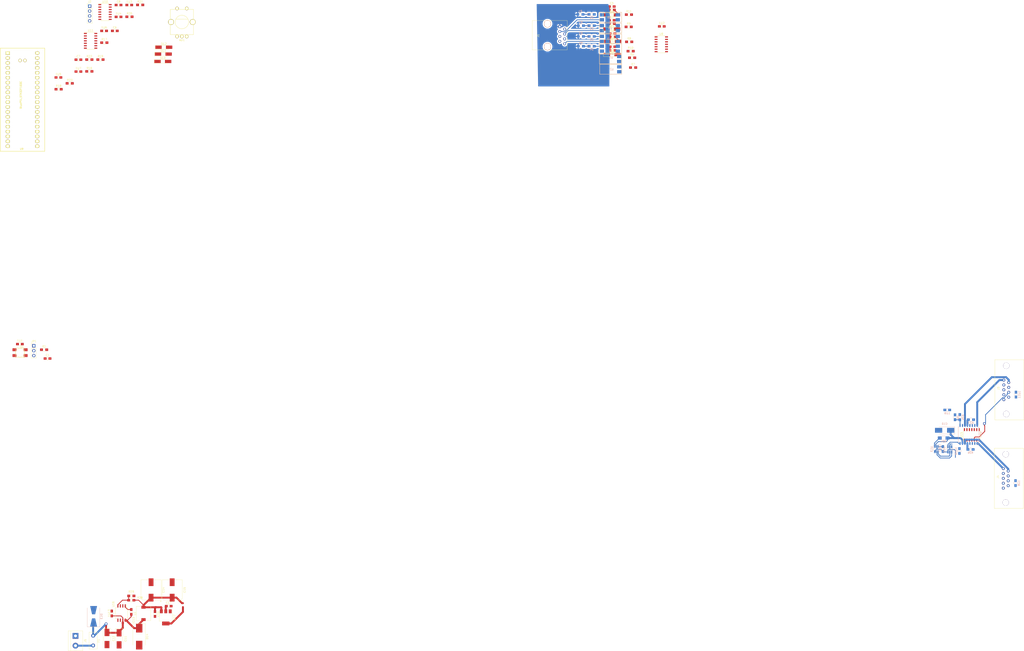
<source format=kicad_pcb>
(kicad_pcb (version 4) (host pcbnew 4.0.7)
  (title_block (title "Disper controller card") (date 2017-11-12) (rev A) (company Harpo))
  (layers (0 F.Cu signal) (31 B.Cu signal) (34 B.Paste user) (35 F.Paste user) (36 B.SilkS user hide) (37 F.SilkS user) (38 B.Mask user hide) (39 F.Mask user hide) (44 Edge.Cuts user))
  (net 0 "")
  (net 1 GND)
  (net 2 +24V)
  (net 3 "Net-(C3-Pad1)")
  (net 4 reset_in)
  (net 5 "Net-(D4-Pad1)")
  (net 6 "Net-(D11-Pad2)")
  (net 7 "Net-(D12-Pad2)")
  (net 8 "Net-(F1-Pad2)")
  (net 9 "Net-(J3-Pad2)")
  (net 10 LED)
  (net 11 +3V3)
  (net 12 "Net-(C5-Pad1)")
  (net 13 "Net-(C13-Pad1)")
  (net 14 "Net-(D5-Pad2)")
  (net 15 "Net-(D6-Pad2)")
  (net 16 "Net-(D7-Pad2)")
  (net 17 "Net-(D8-Pad2)")
  (net 18 "Net-(D9-Pad2)")
  (net 19 "Net-(D10-Pad1)")
  (net 20 Limit_LOWER_M2)
  (net 21 Limit_upper_M2)
  (net 22 Limit_LOWER_M1)
  (net 23 "Net-(J3-Pad7)")
  (net 24 Limit_UPPER_M1)
  (net 25 SCL)
  (net 26 SDA)
  (net 27 OUT_M1)
  (net 28 OUT_M2)
  (net 29 Motor_Input_1A)
  (net 30 Motor_Input_1B)
  (net 31 Motor_Input_2B)
  (net 32 Motor_Input_2A)
  (net 33 ENC_A_M2)
  (net 34 ENC_B_M2)
  (net 35 ENC_A_M1)
  (net 36 ENC_B_M1)
  (net 37 Rot_Enc_SW)
  (net 38 Rot_Enc_B)
  (net 39 Rot_Enc_A)
  (net 40 CMD_M1)
  (net 41 CMD_M2)
  (net 42 Step_M1)
  (net 43 Step_M2)
  (net 44 GNDD)
  (net 45 +24Logic)
  (net 46 "Net-(U12-Pad1)")
  (net 47 "Net-(C2-Pad1)")
  (net 48 "Net-(C4-Pad1)")
  (net 49 "Net-(C6-Pad1)")
  (net 50 "Net-(C7-Pad1)")
  (net 51 "Net-(C8-Pad1)")
  (net 52 "Net-(C9-Pad1)")
  (net 53 "Net-(C13-Pad2)")
  (net 54 "Net-(D2-Pad1)")
  (net 55 "Net-(D2-Pad2)")
  (net 56 "Net-(D3-Pad1)")
  (net 57 "Net-(D3-Pad2)")
  (net 58 "Net-(D4-Pad2)")
  (net 59 "Net-(D5-Pad1)")
  (net 60 "Net-(J1-Pad2)")
  (net 61 "Net-(J1-Pad3)")
  (net 62 "Net-(J1-Pad4)")
  (net 63 "Net-(J1-Pad6)")
  (net 64 "Net-(J1-Pad8)")
  (net 65 "Net-(J4-Pad2)")
  (net 66 "Net-(J4-Pad7)")
  (net 67 "Net-(R6-Pad1)")
  (net 68 "Net-(R7-Pad1)")
  (net 69 "Net-(R26-Pad1)")
  (net 70 "Net-(R27-Pad1)")
  (net 71 "Net-(R28-Pad2)")
  (net 72 "Net-(U10-Pad1)")
  (net 73 "Net-(U10-Pad9)")
  (net 74 "Net-(U10-Pad5)")
  (net 75 "Net-(U10-Pad3)")
  (net 76 /MotorDriver/M2A)
  (net 77 /MotorDriver/M2B)
  (net 78 /MotorDriver/M1A)
  (net 79 /MotorDriver/M1B)
  (net 80 "Net-(C10-Pad1)")
  (net 81 VCC)
  (net 82 +5V)
  (module Capacitors_SMD:C_0805_HandSoldering (layer F.Cu) (at -147.154 53.479)
    (fp_text reference 1U1 (at 0 -1.75) (layer F.SilkS))
    (fp_text value 0,1U)
    (pad 1 smd rect (at -1.25 0) (size 1.5 1.25) (layers F.Cu F.Paste F.Mask) (net 81 VCC))
    (pad 2 smd rect (at 1.25 0) (size 1.5 1.25) (layers F.Cu F.Paste F.Mask) (net 1 GND))
  )
  (module Capacitors_SMD:C_0805_HandSoldering (layer F.Cu) (at 185.166 -111.125)
    (fp_text reference 1U2 (at 0 -1.75) (layer F.SilkS))
    (fp_text value 0,1U)
    (pad 1 smd rect (at -1.25 0) (size 1.5 1.25) (layers F.Cu F.Paste F.Mask) (net 11 +3V3))
    (pad 2 smd rect (at 1.25 0) (size 1.5 1.25) (layers F.Cu F.Paste F.Mask) (net 1 GND))
  )
  (module Capacitors_SMD:C_0805_HandSoldering (layer F.Cu) (at -90.534999 -122.197)
    (fp_text reference 1U3 (at 0 -1.75) (layer F.SilkS))
    (fp_text value 0,1U)
    (pad 1 smd rect (at -1.25 0) (size 1.5 1.25) (layers F.Cu F.Paste F.Mask) (net 11 +3V3))
    (pad 2 smd rect (at 1.25 0) (size 1.5 1.25) (layers F.Cu F.Paste F.Mask) (net 1 GND))
  )
  (module Capacitors_SMD:C_0805_HandSoldering (layer F.Cu) (at -96.084999 -116.047)
    (fp_text reference 1U4 (at 0 -1.75) (layer F.SilkS))
    (fp_text value 0,1U)
    (pad 1 smd rect (at -1.25 0) (size 1.5 1.25) (layers F.Cu F.Paste F.Mask) (net 11 +3V3))
    (pad 2 smd rect (at 1.25 0) (size 1.5 1.25) (layers F.Cu F.Paste F.Mask) (net 1 GND))
  )
  (module Capacitors_SMD:C_0805_HandSoldering (layer F.Cu) (at -127.204999 -84.667)
    (fp_text reference 1U5 (at 0 -1.75) (layer F.SilkS))
    (fp_text value 0,1U)
    (pad 1 smd rect (at -1.25 0) (size 1.5 1.25) (layers F.Cu F.Paste F.Mask) (net 11 +3V3))
    (pad 2 smd rect (at 1.25 0) (size 1.5 1.25) (layers F.Cu F.Paste F.Mask) (net 1 GND))
  )
  (module Capacitors_SMD:C_0805_HandSoldering (layer F.Cu) (at -103.554999 -108.797)
    (fp_text reference 1U6 (at 0 -1.75) (layer F.SilkS))
    (fp_text value 0,1U)
    (pad 1 smd rect (at -1.25 0) (size 1.5 1.25) (layers F.Cu F.Paste F.Mask) (net 81 VCC))
    (pad 2 smd rect (at 1.25 0) (size 1.5 1.25) (layers F.Cu F.Paste F.Mask) (net 1 GND))
  )
  (module Capacitors_SMD:C_0805_HandSoldering (layer F.Cu) (at -116.854999 -87.717)
    (fp_text reference 1U7 (at 0 -1.75) (layer F.SilkS))
    (fp_text value 0,1U)
    (pad 1 smd rect (at -1.25 0) (size 1.5 1.25) (layers F.Cu F.Paste F.Mask) (net 81 VCC))
    (pad 2 smd rect (at 1.25 0) (size 1.5 1.25) (layers F.Cu F.Paste F.Mask) (net 1 GND))
  )
  (module Capacitors_SMD:C_0805_HandSoldering (layer B.Cu) (at 368.289 125.486 90)
    (fp_text reference 1U8 (at 0 1.75 90) (layer B.SilkS) (effects (justify mirror)))
    (fp_text value 0,1U)
    (pad 1 smd rect (at -1.25 0 90) (size 1.5 1.25) (layers B.Cu B.Paste B.Mask) (net 11 +3V3))
    (pad 2 smd rect (at 1.25 0 90) (size 1.5 1.25) (layers B.Cu B.Paste B.Mask) (net 1 GND))
  )
  (module Capacitors_SMD:C_0805_HandSoldering (layer B.Cu) (at 332.939 87.586)
    (fp_text reference 1U9 (at 0 1.75) (layer B.SilkS) (effects (justify mirror)))
    (fp_text value 0,1U)
    (pad 1 smd rect (at -1.25 0) (size 1.5 1.25) (layers B.Cu B.Paste B.Mask) (net 11 +3V3))
    (pad 2 smd rect (at 1.25 0) (size 1.5 1.25) (layers B.Cu B.Paste B.Mask) (net 1 GND))
  )
  (module Capacitors_SMD:C_0805_HandSoldering (layer B.Cu) (at 339.239 108.861 270)
    (fp_text reference 1U10 (at 0 1.75 270) (layer B.SilkS) (effects (justify mirror)))
    (fp_text value 0,1U)
    (pad 1 smd rect (at -1.25 0 270) (size 1.5 1.25) (layers B.Cu B.Paste B.Mask) (net 82 +5V))
    (pad 2 smd rect (at 1.25 0 270) (size 1.5 1.25) (layers B.Cu B.Paste B.Mask) (net 1 GND))
  )
  (module Capacitors_SMD:C_0805_HandSoldering (layer B.Cu) (at 368.514 79.636 90)
    (fp_text reference 1U11 (at 0 1.75 90) (layer B.SilkS) (effects (justify mirror)))
    (fp_text value 0,1U)
    (pad 1 smd rect (at -1.25 0 90) (size 1.5 1.25) (layers B.Cu B.Paste B.Mask) (net 11 +3V3))
    (pad 2 smd rect (at 1.25 0 90) (size 1.5 1.25) (layers B.Cu B.Paste B.Mask) (net 1 GND))
  )
  (module Capacitors_SMD:C_0805_HandSoldering (layer B.Cu) (at 330.689 107.861 270)
    (fp_text reference 1U12 (at -0.6 1.6 270) (layer B.SilkS) (effects (justify mirror)))
    (fp_text value 0,1U)
    (pad 1 smd rect (at -1.25 0 270) (size 1.5 1.25) (layers B.Cu B.Paste B.Mask) (net 11 +3V3))
    (pad 2 smd rect (at 1.25 0 270) (size 1.5 1.25) (layers B.Cu B.Paste B.Mask) (net 1 GND))
  )
  (module Capacitors_SMD:C_0805_HandSoldering (layer F.Cu) (at -99.568 193.04 90)
    (fp_text reference 1U13 (at 0.125 -1.425 90) (layer F.SilkS))
    (fp_text value 0.1uf)
    (pad 1 smd rect (at -1.25 0 90) (size 1.5 1.25) (layers F.Cu F.Paste F.Mask) (net 2 +24V))
    (pad 2 smd rect (at 1.25 0 90) (size 1.5 1.25) (layers F.Cu F.Paste F.Mask) (net 1 GND))
  )
  (module Capacitors_SMD:C_0805_HandSoldering (layer F.Cu) (at -132.842 60.96)
    (fp_text reference C1 (at 0 -1.75) (layer F.SilkS))
    (fp_text value 0,1u)
    (pad 1 smd rect (at -1.25 0) (size 1.5 1.25) (layers F.Cu F.Paste F.Mask))
    (pad 2 smd rect (at 1.25 0) (size 1.5 1.25) (layers F.Cu F.Paste F.Mask) (net 4 reset_in))
  )
  (module Capacitors_SMD:C_0805_HandSoldering (layer F.Cu) (at 159.639 -107.442)
    (fp_text reference C2 (at 0 -1.75) (layer F.SilkS))
    (fp_text value 0.1uF)
    (pad 1 smd rect (at -1.25 0) (size 1.5 1.25) (layers F.Cu F.Paste F.Mask) (net 47 "Net-(C2-Pad1)"))
    (pad 2 smd rect (at 1.25 0) (size 1.5 1.25) (layers F.Cu F.Paste F.Mask) (net 1 GND))
  )
  (module Capacitors_SMD:C_0805_HandSoldering (layer F.Cu) (at 159.258 -114.3)
    (fp_text reference C3 (at 0 -1.75) (layer F.SilkS))
    (fp_text value 0.1uF)
    (pad 1 smd rect (at -1.25 0) (size 1.5 1.25) (layers F.Cu F.Paste F.Mask) (net 3 "Net-(C3-Pad1)"))
    (pad 2 smd rect (at 1.25 0) (size 1.5 1.25) (layers F.Cu F.Paste F.Mask) (net 1 GND))
  )
  (module Capacitors_SMD:C_0805_HandSoldering (layer F.Cu) (at 159.639 -100.584)
    (fp_text reference C4 (at 0 -1.75) (layer F.SilkS))
    (fp_text value 0.1uF)
    (pad 1 smd rect (at -1.25 0) (size 1.5 1.25) (layers F.Cu F.Paste F.Mask) (net 48 "Net-(C4-Pad1)"))
    (pad 2 smd rect (at 1.25 0) (size 1.5 1.25) (layers F.Cu F.Paste F.Mask) (net 1 GND))
  )
  (module Capacitors_SMD:C_0805_HandSoldering (layer F.Cu) (at 159.258 -121.412)
    (fp_text reference C5 (at 0 -1.75) (layer F.SilkS))
    (fp_text value 0.1uF)
    (pad 1 smd rect (at -1.25 0) (size 1.5 1.25) (layers F.Cu F.Paste F.Mask) (net 12 "Net-(C5-Pad1)"))
    (pad 2 smd rect (at 1.25 0) (size 1.5 1.25) (layers F.Cu F.Paste F.Mask) (net 1 GND))
  )
  (module Capacitors_SMD:C_0805_HandSoldering (layer F.Cu) (at -98.004999 -108.797)
    (fp_text reference C6 (at 0 -1.75) (layer F.SilkS))
    (fp_text value 0.1uF)
    (pad 1 smd rect (at -1.25 0) (size 1.5 1.25) (layers F.Cu F.Paste F.Mask) (net 49 "Net-(C6-Pad1)"))
    (pad 2 smd rect (at 1.25 0) (size 1.5 1.25) (layers F.Cu F.Paste F.Mask) (net 1 GND))
  )
  (module Capacitors_SMD:C_0805_HandSoldering (layer F.Cu) (at -116.854999 -93.867)
    (fp_text reference C7 (at 0 -1.75) (layer F.SilkS))
    (fp_text value 0.1uF)
    (pad 1 smd rect (at -1.25 0) (size 1.5 1.25) (layers F.Cu F.Paste F.Mask) (net 50 "Net-(C7-Pad1)"))
    (pad 2 smd rect (at 1.25 0) (size 1.5 1.25) (layers F.Cu F.Paste F.Mask) (net 1 GND))
  )
  (module Capacitors_SMD:C_0805_HandSoldering (layer F.Cu) (at -96.084999 -122.197)
    (fp_text reference C8 (at 0 -1.75) (layer F.SilkS))
    (fp_text value 0.1uF)
    (pad 1 smd rect (at -1.25 0) (size 1.5 1.25) (layers F.Cu F.Paste F.Mask) (net 51 "Net-(C8-Pad1)"))
    (pad 2 smd rect (at 1.25 0) (size 1.5 1.25) (layers F.Cu F.Paste F.Mask) (net 1 GND))
  )
  (module Capacitors_Tantalum_SMD:CP_Tantalum_Case-C_EIA-6032-28_Hand (layer B.Cu) (at 331.589 98.136 180)
    (fp_text reference C10 (at 0 3.35 180) (layer B.SilkS) (effects (justify mirror)))
    (fp_text value 47uF)
    (pad 1 smd rect (at -3.125 0 180) (size 3.75 2.5) (layers B.Cu B.Paste B.Mask) (net 80 "Net-(C10-Pad1)"))
    (pad 2 smd rect (at 3.125 0 180) (size 3.75 2.5) (layers B.Cu B.Paste B.Mask) (net 1 GND))
  )
  (module Capacitors_Tantalum_SMD:CP_Tantalum_Case-C_EIA-6032-28_Hand (layer F.Cu) (at -95.789 206.171 270)
    (fp_text reference C11 (at 0 -3.35 270) (layer F.SilkS))
    (fp_text value "4.7uF tant")
    (pad 1 smd rect (at -3.125 0 270) (size 3.75 2.5) (layers F.Cu F.Paste F.Mask) (net 2 +24V))
    (pad 2 smd rect (at 3.125 0 270) (size 3.75 2.5) (layers F.Cu F.Paste F.Mask) (net 1 GND))
  )
  (module Capacitors_Tantalum_SMD:CP_Tantalum_Case-C_EIA-6032-28_Hand (layer F.Cu) (at -102.064 206.021 270)
    (fp_text reference C12 (at 0 -3.35 270) (layer F.SilkS))
    (fp_text value "4.7uF tant")
    (pad 1 smd rect (at -3.125 0 270) (size 3.75 2.5) (layers F.Cu F.Paste F.Mask) (net 2 +24V))
    (pad 2 smd rect (at 3.125 0 270) (size 3.75 2.5) (layers F.Cu F.Paste F.Mask) (net 1 GND))
  )
  (module Capacitors_SMD:C_0805_HandSoldering (layer F.Cu) (at -89.489 192.246 90)
    (fp_text reference C13 (at -4.1 1.225 90) (layer F.SilkS))
    (fp_text value 10nf)
    (pad 1 smd rect (at -1.25 0 90) (size 1.5 1.25) (layers F.Cu F.Paste F.Mask) (net 13 "Net-(C13-Pad1)"))
    (pad 2 smd rect (at 1.25 0 90) (size 1.5 1.25) (layers F.Cu F.Paste F.Mask) (net 53 "Net-(C13-Pad2)"))
  )
  (module Capacitors_SMD:CP_Elec_10x10 (layer F.Cu) (at -79.248 180.848 90)
    (fp_text reference C14 (at 0 6.46 90) (layer F.SilkS))
    (fp_text value 68Uf)
    (fp_text user + (at -5.78 4.97 90) (layer F.SilkS))
    (pad 1 smd rect (at -4 0 270) (size 4 2.5) (layers F.Cu F.Paste F.Mask) (net 82 +5V))
    (pad 2 smd rect (at 4 0 270) (size 4 2.5) (layers F.Cu F.Paste F.Mask) (net 1 GND))
  )
  (module Capacitors_SMD:CP_Elec_10x10 (layer F.Cu) (at -68.326 180.848 90)
    (fp_text reference C15 (at 0 6.46 90) (layer F.SilkS))
    (fp_text value 120Uf)
    (fp_text user + (at -5.78 4.97 90) (layer F.SilkS))
    (pad 1 smd rect (at -4 0 270) (size 4 2.5) (layers F.Cu F.Paste F.Mask) (net 82 +5V))
    (pad 2 smd rect (at 4 0 270) (size 4 2.5) (layers F.Cu F.Paste F.Mask) (net 1 GND))
  )
  (module Capacitors_SMD:C_0805_HandSoldering (layer F.Cu) (at -77.216 193.294 270)
    (fp_text reference C16 (at 0 -1.75 270) (layer F.SilkS))
    (fp_text value 1u)
    (pad 1 smd rect (at -1.25 0 270) (size 1.5 1.25) (layers F.Cu F.Paste F.Mask) (net 82 +5V))
    (pad 2 smd rect (at 1.25 0 270) (size 1.5 1.25) (layers F.Cu F.Paste F.Mask) (net 1 GND))
  )
  (module Capacitors_SMD:C_0805_HandSoldering (layer F.Cu) (at -70.104 189.23)
    (fp_text reference C17 (at 0 -1.75) (layer F.SilkS))
    (fp_text value 1u)
    (pad 1 smd rect (at -1.25 0) (size 1.5 1.25) (layers F.Cu F.Paste F.Mask) (net 11 +3V3))
    (pad 2 smd rect (at 1.25 0) (size 1.5 1.25) (layers F.Cu F.Paste F.Mask) (net 1 GND))
  )
  (module Libs:WS2812B (layer F.Cu) (at -147.066 57.912)
    (fp_text reference D1 (at 1 -3) (layer F.SilkS))
    (fp_text value WS2812B)
    (pad 1 smd trapezoid (at 2.9 1.5) (size 2 1.5) (layers F.Cu F.Paste F.Mask) (net 1 GND))
    (pad 2 smd trapezoid (at 2.9 -1.5) (size 2 1.5) (layers F.Cu F.Paste F.Mask) (net 10 LED))
    (pad 3 smd trapezoid (at -2.9 -1.5) (size 2 1.5) (layers F.Cu F.Paste F.Mask) (net 81 VCC))
    (pad 4 smd trapezoid (at -2.9 1.5) (size 2 1.5) (layers F.Cu F.Paste F.Mask))
  )
  (module LEDs:LED_0805_HandSoldering (layer B.Cu) (at 148.844 -105.918)
    (fp_text reference D2 (at 0 1.7) (layer B.SilkS) (effects (justify mirror)))
    (fp_text value LED)
    (pad 1 smd rect (at -1.35 0) (size 1.5 1.3) (layers B.Cu B.Paste B.Mask) (net 54 "Net-(D2-Pad1)"))
    (pad 2 smd rect (at 1.35 0) (size 1.5 1.3) (layers B.Cu B.Paste B.Mask) (net 55 "Net-(D2-Pad2)"))
  )
  (module LEDs:LED_0805_HandSoldering (layer B.Cu) (at 148.844 -111.506)
    (fp_text reference D3 (at 0 1.7) (layer B.SilkS) (effects (justify mirror)))
    (fp_text value LED)
    (pad 1 smd rect (at -1.35 0) (size 1.5 1.3) (layers B.Cu B.Paste B.Mask) (net 56 "Net-(D3-Pad1)"))
    (pad 2 smd rect (at 1.35 0) (size 1.5 1.3) (layers B.Cu B.Paste B.Mask) (net 57 "Net-(D3-Pad2)"))
  )
  (module LEDs:LED_0805_HandSoldering (layer B.Cu) (at 148.844 -100.838)
    (fp_text reference D4 (at 0 1.7) (layer B.SilkS) (effects (justify mirror)))
    (fp_text value LED)
    (pad 1 smd rect (at -1.35 0) (size 1.5 1.3) (layers B.Cu B.Paste B.Mask) (net 5 "Net-(D4-Pad1)"))
    (pad 2 smd rect (at 1.35 0) (size 1.5 1.3) (layers B.Cu B.Paste B.Mask) (net 58 "Net-(D4-Pad2)"))
  )
  (module LEDs:LED_0805_HandSoldering (layer B.Cu) (at 148.844 -117.348)
    (fp_text reference D5 (at 0 1.7) (layer B.SilkS) (effects (justify mirror)))
    (fp_text value LED)
    (pad 1 smd rect (at -1.35 0) (size 1.5 1.3) (layers B.Cu B.Paste B.Mask) (net 59 "Net-(D5-Pad1)"))
    (pad 2 smd rect (at 1.35 0) (size 1.5 1.3) (layers B.Cu B.Paste B.Mask) (net 14 "Net-(D5-Pad2)"))
  )
  (module Diodes_SMD:D_MiniMELF_Handsoldering (layer F.Cu) (at 159.766 -103.378)
    (fp_text reference D6 (at 0 -1.75) (layer F.SilkS))
    (fp_text value 1m4148)
    (pad 1 smd rect (at -2.75 0) (size 3.3 1.7) (layers F.Cu F.Paste F.Mask) (net 47 "Net-(C2-Pad1)"))
    (pad 2 smd rect (at 2.75 0) (size 3.3 1.7) (layers F.Cu F.Paste F.Mask) (net 15 "Net-(D6-Pad2)"))
  )
  (module Diodes_SMD:D_MiniMELF_Handsoldering (layer F.Cu) (at 159.258 -109.728)
    (fp_text reference D7 (at 0 -1.75) (layer F.SilkS))
    (fp_text value 1m4148)
    (pad 1 smd rect (at -2.75 0) (size 3.3 1.7) (layers F.Cu F.Paste F.Mask) (net 3 "Net-(C3-Pad1)"))
    (pad 2 smd rect (at 2.75 0) (size 3.3 1.7) (layers F.Cu F.Paste F.Mask) (net 16 "Net-(D7-Pad2)"))
  )
  (module Diodes_SMD:D_MiniMELF_Handsoldering (layer F.Cu) (at 159.512 -96.52)
    (fp_text reference D8 (at 0 -1.75) (layer F.SilkS))
    (fp_text value 1n4148)
    (pad 1 smd rect (at -2.75 0) (size 3.3 1.7) (layers F.Cu F.Paste F.Mask) (net 48 "Net-(C4-Pad1)"))
    (pad 2 smd rect (at 2.75 0) (size 3.3 1.7) (layers F.Cu F.Paste F.Mask) (net 17 "Net-(D8-Pad2)"))
  )
  (module Diodes_SMD:D_MiniMELF_Handsoldering (layer F.Cu) (at 159.214 -117.094)
    (fp_text reference D9 (at 0 -1.75) (layer F.SilkS))
    (fp_text value 1n4148)
    (pad 1 smd rect (at -2.75 0) (size 3.3 1.7) (layers F.Cu F.Paste F.Mask) (net 12 "Net-(C5-Pad1)"))
    (pad 2 smd rect (at 2.75 0) (size 3.3 1.7) (layers F.Cu F.Paste F.Mask) (net 18 "Net-(D9-Pad2)"))
  )
  (module Diodes_SMD:D_MiniMELF_Handsoldering (layer F.Cu) (at -73.152 -92.964)
    (fp_text reference D10 (at 0 -1.75) (layer F.SilkS))
    (fp_text value 1m4148)
    (pad 1 smd rect (at -2.75 0) (size 3.3 1.7) (layers F.Cu F.Paste F.Mask) (net 19 "Net-(D10-Pad1)"))
    (pad 2 smd rect (at 2.75 0) (size 3.3 1.7) (layers F.Cu F.Paste F.Mask) (net 49 "Net-(C6-Pad1)"))
  )
  (module Diodes_SMD:D_MiniMELF_Handsoldering (layer F.Cu) (at -72.898 -96.774)
    (fp_text reference D11 (at 0 -1.75) (layer F.SilkS))
    (fp_text value 1m4148)
    (pad 1 smd rect (at -2.75 0) (size 3.3 1.7) (layers F.Cu F.Paste F.Mask) (net 50 "Net-(C7-Pad1)"))
    (pad 2 smd rect (at 2.75 0) (size 3.3 1.7) (layers F.Cu F.Paste F.Mask) (net 6 "Net-(D11-Pad2)"))
  )
  (module Diodes_SMD:D_MiniMELF_Handsoldering (layer F.Cu) (at -72.644 -100.33)
    (fp_text reference D12 (at 0 -1.75) (layer F.SilkS))
    (fp_text value 1m4148)
    (pad 1 smd rect (at -2.75 0) (size 3.3 1.7) (layers F.Cu F.Paste F.Mask) (net 51 "Net-(C8-Pad1)"))
    (pad 2 smd rect (at 2.75 0) (size 3.3 1.7) (layers F.Cu F.Paste F.Mask) (net 7 "Net-(D12-Pad2)"))
  )
  (module Diodes_SMD:D_SMB-SMC_Universal_Handsoldering (layer B.Cu) (at -108.989 194.521 90)
    (fp_text reference D13 (at 0 4.1 90) (layer B.SilkS) (effects (justify mirror)))
    (fp_text value D)
    (pad 1 smd trapezoid (at -3.2 0 90) (size 4.3 2.6) (rect_delta 1 0) (layers B.Cu B.Paste B.Mask) (net 2 +24V))
    (pad 2 smd trapezoid (at 3.2 0 270) (size 4.3 2.6) (rect_delta 1 0) (layers B.Cu B.Paste B.Mask) (net 1 GND))
  )
  (module Diodes_SMD:D_SMC_Handsoldering (layer F.Cu) (at -85.389 205.046 270)
    (fp_text reference D14 (at 0 -4.1 270) (layer F.SilkS))
    (fp_text value D_Schottky)
    (pad 1 smd rect (at -4.4 0) (size 3.3 4.5) (layers F.Cu F.Paste F.Mask) (net 13 "Net-(C13-Pad1)"))
    (pad 2 smd rect (at 4.4 0) (size 3.3 4.5) (layers F.Cu F.Paste F.Mask) (net 1 GND))
  )
  (module Fuse_Holders_and_Fuses:Fuse_TE5_Littlefuse-395Series (layer F.Cu) (at -109.229 204.541 270)
    (fp_text reference F1 (at 2.65 -2.95 270) (layer F.SilkS))
    (fp_text value 500mA)
    (pad 1 thru_hole circle (at 0 0 270) (size 2 2) (drill 1) (layers *.Cu *.Mask) (net 2 +24V))
    (pad 2 thru_hole circle (at 5.08 0.01 270) (size 2 2) (drill 1) (layers *.Cu *.Mask) (net 8 "Net-(F1-Pad2)"))
  )
  (module Connectors:RJ45_8 (layer F.Cu) (at 132.334 -110.998 270)
    (fp_text reference J1 (at 4.7 11.18 270) (layer F.SilkS))
    (fp_text value RJ45)
    (pad Hole np_thru_hole circle (at 10.38 6.35 270) (size 3.65 3.65) (drill 3.25) (layers *.Cu *.SilkS *.Mask))
    (pad Hole np_thru_hole circle (at -1.49 6.35 270) (size 3.65 3.65) (drill 3.25) (layers *.Cu *.SilkS *.Mask))
    (pad 1 thru_hole rect (at 0 0 270) (size 1.5 1.5) (drill 0.9) (layers *.Cu *.Mask) (net 44 GNDD))
    (pad 2 thru_hole circle (at 1.27 -2.54 270) (size 1.5 1.5) (drill 0.9) (layers *.Cu *.Mask) (net 60 "Net-(J1-Pad2)"))
    (pad 3 thru_hole circle (at 2.54 0 270) (size 1.5 1.5) (drill 0.9) (layers *.Cu *.Mask) (net 61 "Net-(J1-Pad3)"))
    (pad 4 thru_hole circle (at 3.81 -2.54 270) (size 1.5 1.5) (drill 0.9) (layers *.Cu *.Mask) (net 62 "Net-(J1-Pad4)"))
    (pad 5 thru_hole circle (at 5.08 0 270) (size 1.5 1.5) (drill 0.9) (layers *.Cu *.Mask) (net 45 +24Logic))
    (pad 6 thru_hole circle (at 6.35 -2.54 270) (size 1.5 1.5) (drill 0.9) (layers *.Cu *.Mask) (net 63 "Net-(J1-Pad6)"))
    (pad 7 thru_hole circle (at 7.62 0 270) (size 1.5 1.5) (drill 0.9) (layers *.Cu *.Mask))
    (pad 8 thru_hole circle (at 8.89 -2.54 270) (size 1.5 1.5) (drill 0.9) (layers *.Cu *.Mask) (net 64 "Net-(J1-Pad8)"))
  )
  (module Pin_Headers:Pin_Header_Straight_1x04_Pitch2.54mm (layer F.Cu) (at -111.041905 -121.617)
    (fp_text reference J2 (at 0 -2.33) (layer F.SilkS))
    (fp_text value LCD4x20)
    (pad 1 thru_hole rect (at 0 0) (size 1.7 1.7) (drill 1) (layers *.Cu *.Mask) (net 81 VCC))
    (pad 2 thru_hole oval (at 0 2.54) (size 1.7 1.7) (drill 1) (layers *.Cu *.Mask) (net 25 SCL))
    (pad 3 thru_hole oval (at 0 5.08) (size 1.7 1.7) (drill 1) (layers *.Cu *.Mask) (net 26 SDA))
    (pad 4 thru_hole oval (at 0 7.62) (size 1.7 1.7) (drill 1) (layers *.Cu *.Mask) (net 1 GND))
  )
  (module Libs:Dsub9 (layer F.Cu) (at 362.224 77.181 90)
    (fp_text reference J3 (at 0.762 -2.794 90) (layer F.SilkS))
    (fp_text value Motor2_con)
    (pad 1 thru_hole circle (at -5.08 0 90) (size 1.524 1.524) (drill 0.762) (layers *.Cu *.Mask) (net 1 GND))
    (pad 2 thru_hole circle (at -2.54 0 90) (size 1.524 1.524) (drill 0.762) (layers *.Cu *.Mask) (net 9 "Net-(J3-Pad2)"))
    (pad 3 thru_hole circle (at 0 0 90) (size 1.524 1.524) (drill 0.762) (layers *.Cu *.Mask))
    (pad 4 thru_hole circle (at 2.54 0 90) (size 1.524 1.524) (drill 0.762) (layers *.Cu *.Mask) (net 21 Limit_upper_M2))
    (pad 5 thru_hole circle (at 5.08 0 90) (size 1.524 1.524) (drill 0.762) (layers *.Cu *.Mask) (net 76 /MotorDriver/M2A))
    (pad 6 thru_hole circle (at -3.81 2.54 90) (size 1.524 1.524) (drill 0.762) (layers *.Cu *.Mask) (net 11 +3V3))
    (pad 7 thru_hole circle (at -1.27 2.54 90) (size 1.524 1.524) (drill 0.762) (layers *.Cu *.Mask) (net 23 "Net-(J3-Pad7)"))
    (pad 8 thru_hole circle (at 1.27 2.54 90) (size 1.524 1.524) (drill 0.762) (layers *.Cu *.Mask) (net 20 Limit_LOWER_M2))
    (pad 9 thru_hole circle (at 3.81 2.54 90) (size 1.524 1.524) (drill 0.762) (layers *.Cu *.Mask) (net 77 /MotorDriver/M2B))
    (pad "" thru_hole circle (at -12.5 1.27 90) (size 3.2 3.2) (drill 3.2) (layers *.Cu *.Mask))
    (pad "" thru_hole circle (at 12.5 1.27 90) (size 3.2 3.2) (drill 3.2) (layers *.Cu *.Mask))
  )
  (module Libs:Dsub9 (layer F.Cu) (at 361.969 123.036 90)
    (fp_text reference J4 (at 0.762 -2.794 90) (layer F.SilkS))
    (fp_text value Motor1_con)
    (pad 1 thru_hole circle (at -5.08 0 90) (size 1.524 1.524) (drill 0.762) (layers *.Cu *.Mask) (net 1 GND))
    (pad 2 thru_hole circle (at -2.54 0 90) (size 1.524 1.524) (drill 0.762) (layers *.Cu *.Mask) (net 65 "Net-(J4-Pad2)"))
    (pad 3 thru_hole circle (at 0 0 90) (size 1.524 1.524) (drill 0.762) (layers *.Cu *.Mask))
    (pad 4 thru_hole circle (at 2.54 0 90) (size 1.524 1.524) (drill 0.762) (layers *.Cu *.Mask) (net 24 Limit_UPPER_M1))
    (pad 5 thru_hole circle (at 5.08 0 90) (size 1.524 1.524) (drill 0.762) (layers *.Cu *.Mask) (net 78 /MotorDriver/M1A))
    (pad 6 thru_hole circle (at -3.81 2.54 90) (size 1.524 1.524) (drill 0.762) (layers *.Cu *.Mask) (net 11 +3V3))
    (pad 7 thru_hole circle (at -1.27 2.54 90) (size 1.524 1.524) (drill 0.762) (layers *.Cu *.Mask) (net 66 "Net-(J4-Pad7)"))
    (pad 8 thru_hole circle (at 1.27 2.54 90) (size 1.524 1.524) (drill 0.762) (layers *.Cu *.Mask) (net 22 Limit_LOWER_M1))
    (pad 9 thru_hole circle (at 3.81 2.54 90) (size 1.524 1.524) (drill 0.762) (layers *.Cu *.Mask) (net 79 /MotorDriver/M1B))
    (pad "" thru_hole circle (at -12.5 1.27 90) (size 3.2 3.2) (drill 3.2) (layers *.Cu *.Mask))
    (pad "" thru_hole circle (at 12.5 1.27 90) (size 3.2 3.2) (drill 3.2) (layers *.Cu *.Mask))
  )
  (module Connectors_Terminal_Blocks:TerminalBlock_bornier-2_P5.08mm (layer F.Cu) (at -118.364 204.646 270)
    (fp_text reference J5 (at 2.54 -5.08 270) (layer F.SilkS))
    (fp_text value Vin)
    (pad 1 thru_hole rect (at 0 0 270) (size 3 3) (drill 1.52) (layers *.Cu *.Mask) (net 1 GND))
    (pad 2 thru_hole circle (at 5.08 0 270) (size 3 3) (drill 1.52) (layers *.Cu *.Mask) (net 8 "Net-(F1-Pad2)"))
  )
  (module Pin_Headers:Pin_Header_Straight_1x03_Pitch2.54mm (layer F.Cu) (at -139.954 54.356)
    (fp_text reference JP1 (at 0 -2.33) (layer F.SilkS))
    (fp_text value Jumper)
    (pad 1 thru_hole rect (at 0 0) (size 1.7 1.7) (drill 1) (layers *.Cu *.Mask) (net 1 GND))
    (pad 2 thru_hole oval (at 0 2.54) (size 1.7 1.7) (drill 1) (layers *.Cu *.Mask) (net 4 reset_in))
    (pad 3 thru_hole oval (at 0 5.08) (size 1.7 1.7) (drill 1) (layers *.Cu *.Mask))
  )
  (module Inductors_SMD:L_7.3x7.3_H4.5 (layer F.Cu) (at -83.164 193.021 90)
    (fp_text reference L1 (at 0 -4.45 90) (layer F.SilkS))
    (fp_text value 47uH)
    (pad 1 smd rect (at -3.2 0 90) (size 1.5 2.2) (layers F.Cu F.Paste F.Mask) (net 13 "Net-(C13-Pad1)"))
    (pad 2 smd rect (at 3.2 0 90) (size 1.5 2.2) (layers F.Cu F.Paste F.Mask) (net 82 +5V))
  )
  (module Resistors_SMD:R_0805_HandSoldering (layer F.Cu) (at -134.62 56.388)
    (fp_text reference R1 (at 0 -1.7) (layer F.SilkS))
    (fp_text value 10K)
    (pad 1 smd rect (at -1.35 0) (size 1.5 1.3) (layers F.Cu F.Paste F.Mask) (net 81 VCC))
    (pad 2 smd rect (at 1.35 0) (size 1.5 1.3) (layers F.Cu F.Paste F.Mask) (net 4 reset_in))
  )
  (module Resistors_SMD:R_0805_HandSoldering (layer B.Cu) (at 143.256 -111.506 180)
    (fp_text reference R2 (at 0 1.7 180) (layer B.SilkS) (effects (justify mirror)))
    (fp_text value 1K)
    (pad 1 smd rect (at -1.35 0 180) (size 1.5 1.3) (layers B.Cu B.Paste B.Mask) (net 56 "Net-(D3-Pad1)"))
    (pad 2 smd rect (at 1.35 0 180) (size 1.5 1.3) (layers B.Cu B.Paste B.Mask) (net 44 GNDD))
  )
  (module Resistors_SMD:R_0805_HandSoldering (layer B.Cu) (at 143.256 -105.918 180)
    (fp_text reference R3 (at 0 1.7 180) (layer B.SilkS) (effects (justify mirror)))
    (fp_text value 1K)
    (pad 1 smd rect (at -1.35 0 180) (size 1.5 1.3) (layers B.Cu B.Paste B.Mask) (net 54 "Net-(D2-Pad1)"))
    (pad 2 smd rect (at 1.35 0 180) (size 1.5 1.3) (layers B.Cu B.Paste B.Mask) (net 44 GNDD))
  )
  (module Resistors_SMD:R_0805_HandSoldering (layer B.Cu) (at 143.002 -117.348 180)
    (fp_text reference R4 (at 0 1.7 180) (layer B.SilkS) (effects (justify mirror)))
    (fp_text value 1K)
    (pad 1 smd rect (at -1.35 0 180) (size 1.5 1.3) (layers B.Cu B.Paste B.Mask) (net 59 "Net-(D5-Pad1)"))
    (pad 2 smd rect (at 1.35 0 180) (size 1.5 1.3) (layers B.Cu B.Paste B.Mask) (net 44 GNDD))
  )
  (module Resistors_SMD:R_0805_HandSoldering (layer B.Cu) (at 143.256 -100.838 180)
    (fp_text reference R5 (at 0 1.7 180) (layer B.SilkS) (effects (justify mirror)))
    (fp_text value 1K)
    (pad 1 smd rect (at -1.35 0 180) (size 1.5 1.3) (layers B.Cu B.Paste B.Mask) (net 5 "Net-(D4-Pad1)"))
    (pad 2 smd rect (at 1.35 0 180) (size 1.5 1.3) (layers B.Cu B.Paste B.Mask) (net 44 GNDD))
  )
  (module Resistors_SMD:R_0805_HandSoldering (layer F.Cu) (at 169.799 -94.869)
    (fp_text reference R6 (at 0 -1.7) (layer F.SilkS))
    (fp_text value 120R)
    (pad 1 smd rect (at -1.35 0) (size 1.5 1.3) (layers F.Cu F.Paste F.Mask) (net 67 "Net-(R6-Pad1)"))
    (pad 2 smd rect (at 1.35 0) (size 1.5 1.3) (layers F.Cu F.Paste F.Mask) (net 27 OUT_M1))
  )
  (module Resistors_SMD:R_0805_HandSoldering (layer F.Cu) (at 170.307 -89.789)
    (fp_text reference R7 (at 0 -1.7) (layer F.SilkS))
    (fp_text value 120R)
    (pad 1 smd rect (at -1.35 0) (size 1.5 1.3) (layers F.Cu F.Paste F.Mask) (net 68 "Net-(R7-Pad1)"))
    (pad 2 smd rect (at 1.35 0) (size 1.5 1.3) (layers F.Cu F.Paste F.Mask) (net 28 OUT_M2))
  )
  (module Resistors_SMD:R_0805_HandSoldering (layer F.Cu) (at 168.275 -103.124)
    (fp_text reference R8 (at 0 -1.7) (layer F.SilkS))
    (fp_text value 10K)
    (pad 1 smd rect (at -1.35 0) (size 1.5 1.3) (layers F.Cu F.Paste F.Mask) (net 15 "Net-(D6-Pad2)"))
    (pad 2 smd rect (at 1.35 0) (size 1.5 1.3) (layers F.Cu F.Paste F.Mask) (net 11 +3V3))
  )
  (module Resistors_SMD:R_0805_HandSoldering (layer F.Cu) (at 168.021 -110.871)
    (fp_text reference R9 (at 0 -1.7) (layer F.SilkS))
    (fp_text value 10K)
    (pad 1 smd rect (at -1.35 0) (size 1.5 1.3) (layers F.Cu F.Paste F.Mask) (net 16 "Net-(D7-Pad2)"))
    (pad 2 smd rect (at 1.35 0) (size 1.5 1.3) (layers F.Cu F.Paste F.Mask) (net 11 +3V3))
  )
  (module Resistors_SMD:R_0805_HandSoldering (layer F.Cu) (at 169.037 -98.298)
    (fp_text reference R10 (at 0 -1.7) (layer F.SilkS))
    (fp_text value 10K)
    (pad 1 smd rect (at -1.35 0) (size 1.5 1.3) (layers F.Cu F.Paste F.Mask) (net 17 "Net-(D8-Pad2)"))
    (pad 2 smd rect (at 1.35 0) (size 1.5 1.3) (layers F.Cu F.Paste F.Mask) (net 11 +3V3))
  )
  (module Resistors_SMD:R_0805_HandSoldering (layer F.Cu) (at 168.148 -117.221)
    (fp_text reference R11 (at 0 -1.7) (layer F.SilkS))
    (fp_text value 10K)
    (pad 1 smd rect (at -1.35 0) (size 1.5 1.3) (layers F.Cu F.Paste F.Mask) (net 18 "Net-(D9-Pad2)"))
    (pad 2 smd rect (at 1.35 0) (size 1.5 1.3) (layers F.Cu F.Paste F.Mask) (net 11 +3V3))
  )
  (module Resistors_SMD:R_0805_HandSoldering (layer F.Cu) (at 159.766 -105.664 180)
    (fp_text reference R12 (at 0 -1.7 180) (layer F.SilkS))
    (fp_text value 10K)
    (pad 1 smd rect (at -1.35 0 180) (size 1.5 1.3) (layers F.Cu F.Paste F.Mask) (net 15 "Net-(D6-Pad2)"))
    (pad 2 smd rect (at 1.35 0 180) (size 1.5 1.3) (layers F.Cu F.Paste F.Mask) (net 47 "Net-(C2-Pad1)"))
  )
  (module Resistors_SMD:R_0805_HandSoldering (layer F.Cu) (at 159.258 -112.522 180)
    (fp_text reference R13 (at 0 -1.7 180) (layer F.SilkS))
    (fp_text value 10K)
    (pad 1 smd rect (at -1.35 0 180) (size 1.5 1.3) (layers F.Cu F.Paste F.Mask) (net 16 "Net-(D7-Pad2)"))
    (pad 2 smd rect (at 1.35 0 180) (size 1.5 1.3) (layers F.Cu F.Paste F.Mask) (net 3 "Net-(C3-Pad1)"))
  )
  (module Resistors_SMD:R_0805_HandSoldering (layer F.Cu) (at 159.639 -98.679 180)
    (fp_text reference R14 (at 0 -1.7 180) (layer F.SilkS))
    (fp_text value 10K)
    (pad 1 smd rect (at -1.35 0 180) (size 1.5 1.3) (layers F.Cu F.Paste F.Mask) (net 17 "Net-(D8-Pad2)"))
    (pad 2 smd rect (at 1.35 0 180) (size 1.5 1.3) (layers F.Cu F.Paste F.Mask) (net 48 "Net-(C4-Pad1)"))
  )
  (module Resistors_SMD:R_0805_HandSoldering (layer F.Cu) (at 159.258 -119.634 180)
    (fp_text reference R15 (at 0 -1.7 180) (layer F.SilkS))
    (fp_text value 10K)
    (pad 1 smd rect (at -1.35 0 180) (size 1.5 1.3) (layers F.Cu F.Paste F.Mask) (net 18 "Net-(D9-Pad2)"))
    (pad 2 smd rect (at 1.35 0 180) (size 1.5 1.3) (layers F.Cu F.Paste F.Mask) (net 12 "Net-(C5-Pad1)"))
  )
  (module Resistors_SMD:R_0805_HandSoldering (layer F.Cu) (at -111.204999 -87.817)
    (fp_text reference R16 (at 0 -1.7) (layer F.SilkS))
    (fp_text value 2K)
    (pad 1 smd rect (at -1.35 0) (size 1.5 1.3) (layers F.Cu F.Paste F.Mask) (net 11 +3V3))
    (pad 2 smd rect (at 1.35 0) (size 1.5 1.3) (layers F.Cu F.Paste F.Mask) (net 26 SDA))
  )
  (module Resistors_SMD:R_0805_HandSoldering (layer F.Cu) (at -103.454999 -102.697)
    (fp_text reference R17 (at 0 -1.7) (layer F.SilkS))
    (fp_text value 2K)
    (pad 1 smd rect (at -1.35 0) (size 1.5 1.3) (layers F.Cu F.Paste F.Mask) (net 11 +3V3))
    (pad 2 smd rect (at 1.35 0) (size 1.5 1.3) (layers F.Cu F.Paste F.Mask) (net 25 SCL))
  )
  (module Resistors_SMD:R_0805_HandSoldering (layer F.Cu) (at -127.104999 -78.567)
    (fp_text reference R18 (at 0 -1.7) (layer F.SilkS))
    (fp_text value 10K)
    (pad 1 smd rect (at -1.35 0) (size 1.5 1.3) (layers F.Cu F.Paste F.Mask) (net 19 "Net-(D10-Pad1)"))
    (pad 2 smd rect (at 1.35 0) (size 1.5 1.3) (layers F.Cu F.Paste F.Mask) (net 49 "Net-(C6-Pad1)"))
  )
  (module Resistors_SMD:R_0805_HandSoldering (layer F.Cu) (at -105.454999 -93.917)
    (fp_text reference R19 (at 0 -1.7) (layer F.SilkS))
    (fp_text value 10K)
    (pad 1 smd rect (at -1.35 0) (size 1.5 1.3) (layers F.Cu F.Paste F.Mask) (net 81 VCC))
    (pad 2 smd rect (at 1.35 0) (size 1.5 1.3) (layers F.Cu F.Paste F.Mask) (net 49 "Net-(C6-Pad1)"))
  )
  (module Resistors_SMD:R_0805_HandSoldering (layer F.Cu) (at -90.434999 -116.097)
    (fp_text reference R20 (at 0 -1.7) (layer F.SilkS))
    (fp_text value 10K)
    (pad 1 smd rect (at -1.35 0) (size 1.5 1.3) (layers F.Cu F.Paste F.Mask) (net 81 VCC))
    (pad 2 smd rect (at 1.35 0) (size 1.5 1.3) (layers F.Cu F.Paste F.Mask) (net 6 "Net-(D11-Pad2)"))
  )
  (module Resistors_SMD:R_0805_HandSoldering (layer F.Cu) (at -84.884999 -122.247)
    (fp_text reference R21 (at 0 -1.7) (layer F.SilkS))
    (fp_text value 10K)
    (pad 1 smd rect (at -1.35 0) (size 1.5 1.3) (layers F.Cu F.Paste F.Mask) (net 81 VCC))
    (pad 2 smd rect (at 1.35 0) (size 1.5 1.3) (layers F.Cu F.Paste F.Mask) (net 7 "Net-(D12-Pad2)"))
  )
  (module Resistors_SMD:R_0805_HandSoldering (layer F.Cu) (at -111.204999 -93.917)
    (fp_text reference R22 (at 0 -1.7) (layer F.SilkS))
    (fp_text value 10K)
    (pad 1 smd rect (at -1.35 0) (size 1.5 1.3) (layers F.Cu F.Paste F.Mask) (net 6 "Net-(D11-Pad2)"))
    (pad 2 smd rect (at 1.35 0) (size 1.5 1.3) (layers F.Cu F.Paste F.Mask) (net 50 "Net-(C7-Pad1)"))
  )
  (module Resistors_SMD:R_0805_HandSoldering (layer F.Cu) (at -121.354999 -81.617)
    (fp_text reference R23 (at 0 -1.7) (layer F.SilkS))
    (fp_text value 10K)
    (pad 1 smd rect (at -1.35 0) (size 1.5 1.3) (layers F.Cu F.Paste F.Mask) (net 7 "Net-(D12-Pad2)"))
    (pad 2 smd rect (at 1.35 0) (size 1.5 1.3) (layers F.Cu F.Paste F.Mask) (net 51 "Net-(C8-Pad1)"))
  )
  (module Resistors_SMD:R_1206_HandSoldering (layer B.Cu) (at 331.064 102.161)
    (fp_text reference R24 (at 0 1.85) (layer B.SilkS) (effects (justify mirror)))
    (fp_text value 0,1R)
    (pad 1 smd rect (at -2 0) (size 2 1.7) (layers B.Cu B.Paste B.Mask) (net 2 +24V))
    (pad 2 smd rect (at 2 0) (size 2 1.7) (layers B.Cu B.Paste B.Mask) (net 80 "Net-(C10-Pad1)"))
  )
  (module Resistors_SMD:R_0805_HandSoldering (layer B.Cu) (at 339.439 91.336 90)
    (fp_text reference R25 (at 0 1.7 90) (layer B.SilkS) (effects (justify mirror)))
    (fp_text value 56K)
    (pad 1 smd rect (at -1.35 0 90) (size 1.5 1.3) (layers B.Cu B.Paste B.Mask) (net 52 "Net-(C9-Pad1)"))
    (pad 2 smd rect (at 1.35 0 90) (size 1.5 1.3) (layers B.Cu B.Paste B.Mask) (net 1 GND))
  )
  (module Resistors_SMD:R_0805_HandSoldering (layer B.Cu) (at 344.989 108.061)
    (fp_text reference R26 (at 0 1.7) (layer B.SilkS) (effects (justify mirror)))
    (fp_text value 0R5)
    (pad 1 smd rect (at -1.35 0) (size 1.5 1.3) (layers B.Cu B.Paste B.Mask) (net 69 "Net-(R26-Pad1)"))
    (pad 2 smd rect (at 1.35 0) (size 1.5 1.3) (layers B.Cu B.Paste B.Mask) (net 1 GND))
  )
  (module Resistors_SMD:R_0805_HandSoldering (layer B.Cu) (at 345.214 92.636)
    (fp_text reference R27 (at 0 1.7) (layer B.SilkS) (effects (justify mirror)))
    (fp_text value 0R5)
    (pad 1 smd rect (at -1.35 0) (size 1.5 1.3) (layers B.Cu B.Paste B.Mask) (net 70 "Net-(R27-Pad1)"))
    (pad 2 smd rect (at 1.35 0) (size 1.5 1.3) (layers B.Cu B.Paste B.Mask) (net 1 GND))
  )
  (module Resistors_SMD:R_0805_HandSoldering (layer F.Cu) (at -89.489 186.171 180)
    (fp_text reference R28 (at -4.475 1.275 180) (layer F.SilkS))
    (fp_text value 3K)
    (pad 1 smd rect (at -1.35 0 180) (size 1.5 1.3) (layers F.Cu F.Paste F.Mask) (net 82 +5V))
    (pad 2 smd rect (at 1.35 0 180) (size 1.5 1.3) (layers F.Cu F.Paste F.Mask) (net 71 "Net-(R28-Pad2)"))
  )
  (module Resistors_SMD:R_0805_HandSoldering (layer F.Cu) (at -89.464 183.946 180)
    (fp_text reference R29 (at 0.025 2.225 180) (layer F.SilkS))
    (fp_text value 1K)
    (pad 1 smd rect (at -1.35 0 180) (size 1.5 1.3) (layers F.Cu F.Paste F.Mask) (net 1 GND))
    (pad 2 smd rect (at 1.35 0 180) (size 1.5 1.3) (layers F.Cu F.Paste F.Mask) (net 71 "Net-(R28-Pad2)"))
  )
  (module Libs:ROTARY-ENCODER-Ebay (layer F.Cu) (at -63.286 -113.396)
    (fp_text reference ROT1 (at 0 9.5) (layer F.SilkS) (effects (font (size 0.762 0.762) (thickness 0.1524))))
    (fp_text value ROTARY-ENCODER hide)
    (pad 4 thru_hole circle (at -2.5 -7) (size 1.8 1.8) (drill 1) (layers *.Cu *.Mask F.SilkS) (net 1 GND))
    (pad 3 thru_hole circle (at -2.5 7.5) (size 1.8 1.8) (drill 1) (layers *.Cu *.Mask F.SilkS) (net 6 "Net-(D11-Pad2)"))
    (pad 2 thru_hole circle (at 0 7.5) (size 1.8 1.8) (drill 1) (layers *.Cu *.Mask F.SilkS) (net 1 GND))
    (pad 1 thru_hole circle (at 2.5 7.5) (size 1.8 1.8) (drill 1) (layers *.Cu *.Mask F.SilkS) (net 7 "Net-(D12-Pad2)"))
    (pad 5 thru_hole circle (at 2.5 -7) (size 1.8 1.8) (drill 1) (layers *.Cu *.Mask F.SilkS) (net 49 "Net-(C6-Pad1)"))
    (pad "" thru_hole circle (at 5.6 0) (size 3 3) (drill 2.2) (layers *.Cu *.Mask F.SilkS))
    (pad "" thru_hole circle (at -5.6 0) (size 3 3) (drill 2.2) (layers *.Cu *.Mask F.SilkS))
  )
  (module Libs:817opto (layer B.Cu) (at 163.068 -95.504 180)
    (fp_text reference U1 (at 4.136 -0.508 360) (layer B.SilkS) (effects (justify mirror)))
    (fp_text value PC817)
    (pad 1 smd rect (at 0 0 180) (size 2.2 1.7) (layers B.Cu B.Paste B.Mask) (net 67 "Net-(R6-Pad1)"))
    (pad 2 smd rect (at 0 -2.54 180) (size 2.2 1.7) (layers B.Cu B.Paste B.Mask) (net 1 GND))
    (pad 3 smd rect (at 8.2 -2.54 180) (size 2.2 1.7) (layers B.Cu B.Paste B.Mask) (net 63 "Net-(J1-Pad6)"))
    (pad 4 smd rect (at 8.2 0 180) (size 2.2 1.7) (layers B.Cu B.Paste B.Mask) (net 45 +24Logic))
  )
  (module Libs:817opto (layer B.Cu) (at 163.14 -90.17 180)
    (fp_text reference U2 (at 3.882 -1.27 180) (layer B.SilkS) (effects (justify mirror)))
    (fp_text value PC817)
    (pad 1 smd rect (at 0 0 180) (size 2.2 1.7) (layers B.Cu B.Paste B.Mask) (net 68 "Net-(R7-Pad1)"))
    (pad 2 smd rect (at 0 -2.54 180) (size 2.2 1.7) (layers B.Cu B.Paste B.Mask) (net 1 GND))
    (pad 3 smd rect (at 8.2 -2.54 180) (size 2.2 1.7) (layers B.Cu B.Paste B.Mask) (net 60 "Net-(J1-Pad2)"))
    (pad 4 smd rect (at 8.2 0 180) (size 2.2 1.7) (layers B.Cu B.Paste B.Mask) (net 45 +24Logic))
  )
  (module Libs:817opto (layer B.Cu) (at 154.178 -103.378)
    (fp_text reference U3 (at 3.81 -1.27) (layer B.SilkS) (effects (justify mirror)))
    (fp_text value PC817)
    (pad 1 smd rect (at 0 0) (size 2.2 1.7) (layers B.Cu B.Paste B.Mask) (net 64 "Net-(J1-Pad8)"))
    (pad 2 smd rect (at 0 -2.54) (size 2.2 1.7) (layers B.Cu B.Paste B.Mask) (net 55 "Net-(D2-Pad2)"))
    (pad 3 smd rect (at 8.2 -2.54) (size 2.2 1.7) (layers B.Cu B.Paste B.Mask) (net 1 GND))
    (pad 4 smd rect (at 8.2 0) (size 2.2 1.7) (layers B.Cu B.Paste B.Mask) (net 15 "Net-(D6-Pad2)"))
  )
  (module Libs:817opto (layer B.Cu) (at 154.178 -108.966)
    (fp_text reference U4 (at 4.318 -1.27) (layer B.SilkS) (effects (justify mirror)))
    (fp_text value PC817)
    (pad 1 smd rect (at 0 0) (size 2.2 1.7) (layers B.Cu B.Paste B.Mask) (net 62 "Net-(J1-Pad4)"))
    (pad 2 smd rect (at 0 -2.54) (size 2.2 1.7) (layers B.Cu B.Paste B.Mask) (net 57 "Net-(D3-Pad2)"))
    (pad 3 smd rect (at 8.2 -2.54) (size 2.2 1.7) (layers B.Cu B.Paste B.Mask) (net 1 GND))
    (pad 4 smd rect (at 8.2 0) (size 2.2 1.7) (layers B.Cu B.Paste B.Mask) (net 16 "Net-(D7-Pad2)"))
  )
  (module Libs:817opto (layer B.Cu) (at 154.178 -98.298)
    (fp_text reference U5 (at 4.246 -0.508 90) (layer B.SilkS) (effects (justify mirror)))
    (fp_text value PC817)
    (pad 1 smd rect (at 0 0) (size 2.2 1.7) (layers B.Cu B.Paste B.Mask))
    (pad 2 smd rect (at 0 -2.54) (size 2.2 1.7) (layers B.Cu B.Paste B.Mask) (net 58 "Net-(D4-Pad2)"))
    (pad 3 smd rect (at 8.2 -2.54) (size 2.2 1.7) (layers B.Cu B.Paste B.Mask) (net 1 GND))
    (pad 4 smd rect (at 8.2 0) (size 2.2 1.7) (layers B.Cu B.Paste B.Mask) (net 17 "Net-(D8-Pad2)"))
  )
  (module Libs:817opto (layer B.Cu) (at 154.178 -114.554)
    (fp_text reference U6 (at 3.81 -1.27) (layer B.SilkS) (effects (justify mirror)))
    (fp_text value PC817)
    (pad 1 smd rect (at 0 0) (size 2.2 1.7) (layers B.Cu B.Paste B.Mask) (net 61 "Net-(J1-Pad3)"))
    (pad 2 smd rect (at 0 -2.54) (size 2.2 1.7) (layers B.Cu B.Paste B.Mask) (net 14 "Net-(D5-Pad2)"))
    (pad 3 smd rect (at 8.2 -2.54) (size 2.2 1.7) (layers B.Cu B.Paste B.Mask) (net 1 GND))
    (pad 4 smd rect (at 8.2 0) (size 2.2 1.7) (layers B.Cu B.Paste B.Mask) (net 18 "Net-(D9-Pad2)"))
  )
  (module Housings_SOIC:SOIC-14_3.9x8.7mm_Pitch1.27mm (layer F.Cu) (at 184.912 -101.854)
    (fp_text reference U8 (at 0 -5.375) (layer F.SilkS))
    (fp_text value 74HC14)
    (pad 1 smd rect (at -2.7 -3.81) (size 1.5 0.6) (layers F.Cu F.Paste F.Mask) (net 47 "Net-(C2-Pad1)"))
    (pad 2 smd rect (at -2.7 -2.54) (size 1.5 0.6) (layers F.Cu F.Paste F.Mask) (net 40 CMD_M1))
    (pad 3 smd rect (at -2.7 -1.27) (size 1.5 0.6) (layers F.Cu F.Paste F.Mask) (net 48 "Net-(C4-Pad1)"))
    (pad 4 smd rect (at -2.7 0) (size 1.5 0.6) (layers F.Cu F.Paste F.Mask) (net 42 Step_M1))
    (pad 5 smd rect (at -2.7 1.27) (size 1.5 0.6) (layers F.Cu F.Paste F.Mask) (net 3 "Net-(C3-Pad1)"))
    (pad 6 smd rect (at -2.7 2.54) (size 1.5 0.6) (layers F.Cu F.Paste F.Mask) (net 41 CMD_M2))
    (pad 7 smd rect (at -2.7 3.81) (size 1.5 0.6) (layers F.Cu F.Paste F.Mask) (net 1 GND))
    (pad 8 smd rect (at 2.7 3.81) (size 1.5 0.6) (layers F.Cu F.Paste F.Mask) (net 43 Step_M2))
    (pad 9 smd rect (at 2.7 2.54) (size 1.5 0.6) (layers F.Cu F.Paste F.Mask) (net 12 "Net-(C5-Pad1)"))
    (pad 10 smd rect (at 2.7 1.27) (size 1.5 0.6) (layers F.Cu F.Paste F.Mask))
    (pad 11 smd rect (at 2.7 0) (size 1.5 0.6) (layers F.Cu F.Paste F.Mask))
    (pad 12 smd rect (at 2.7 -1.27) (size 1.5 0.6) (layers F.Cu F.Paste F.Mask))
    (pad 13 smd rect (at 2.7 -2.54) (size 1.5 0.6) (layers F.Cu F.Paste F.Mask))
    (pad 14 smd rect (at 2.7 -3.81) (size 1.5 0.6) (layers F.Cu F.Paste F.Mask) (net 11 +3V3))
  )
  (module Libs:BluePill_STM32F103C (layer F.Cu) (at -153.416 -97.2312)
    (fp_text reference U9 (at 7.1628 49.6062 180) (layer F.SilkS) (effects (font (size 0.889 0.889) (thickness 0.3048))))
    (fp_text value BluePill_STM32F103C (at 6.745599 21.649599 90) (layer F.SilkS) (effects (font (size 0.889 0.889) (thickness 0.22225))))
    (pad 1 thru_hole rect (at 0 -0.0508 270) (size 1.7272 2.25) (drill 1.016) (layers *.Cu *.Mask F.SilkS))
    (pad 2 thru_hole oval (at 0 2.4892 270) (size 1.7272 2.25) (drill 1.016) (layers *.Cu *.Mask F.SilkS))
    (pad 3 thru_hole oval (at 0 5.0292 270) (size 1.7272 2.25) (drill 1.016) (layers *.Cu *.Mask F.SilkS))
    (pad 4 thru_hole oval (at 0 7.5692 270) (size 1.7272 2.25) (drill 1.016) (layers *.Cu *.Mask F.SilkS))
    (pad 5 thru_hole oval (at 0 10.1092 270) (size 1.7272 2.25) (drill 1.016) (layers *.Cu *.Mask F.SilkS) (net 38 Rot_Enc_B))
    (pad 6 thru_hole oval (at 0 12.6492 270) (size 1.7272 2.25) (drill 1.016) (layers *.Cu *.Mask F.SilkS) (net 39 Rot_Enc_A))
    (pad 7 thru_hole oval (at 0 15.1892 270) (size 1.7272 2.25) (drill 1.016) (layers *.Cu *.Mask F.SilkS))
    (pad 8 thru_hole oval (at 0 17.7292 270) (size 1.7272 2.25) (drill 1.016) (layers *.Cu *.Mask F.SilkS))
    (pad 9 thru_hole oval (at 0 20.2692 270) (size 1.7272 2.25) (drill 1.016) (layers *.Cu *.Mask F.SilkS) (net 37 Rot_Enc_SW))
    (pad 10 thru_hole oval (at 0 22.8092 270) (size 1.7272 2.25) (drill 1.016) (layers *.Cu *.Mask F.SilkS) (net 10 LED))
    (pad 11 thru_hole oval (at 0 25.3492 270) (size 1.7272 2.25) (drill 1.016) (layers *.Cu *.Mask F.SilkS) (net 73 "Net-(U10-Pad9)"))
    (pad 12 thru_hole oval (at 0 27.8892 270) (size 1.7272 2.25) (drill 1.016) (layers *.Cu *.Mask F.SilkS) (net 74 "Net-(U10-Pad5)"))
    (pad 13 thru_hole oval (at 0 30.4292 270) (size 1.7272 2.25) (drill 1.016) (layers *.Cu *.Mask F.SilkS) (net 75 "Net-(U10-Pad3)"))
    (pad 14 thru_hole oval (at 0 32.9692 270) (size 1.7272 2.25) (drill 1.016) (layers *.Cu *.Mask F.SilkS) (net 72 "Net-(U10-Pad1)"))
    (pad 15 thru_hole oval (at 0 35.5092 270) (size 1.7272 2.25) (drill 1.016) (layers *.Cu *.Mask F.SilkS) (net 27 OUT_M1))
    (pad 16 thru_hole oval (at 0 38.0492 270) (size 1.7272 2.25) (drill 1.016) (layers *.Cu *.Mask F.SilkS) (net 28 OUT_M2))
    (pad 17 thru_hole oval (at 0 40.5892 270) (size 1.7272 2.25) (drill 1.016) (layers *.Cu *.Mask F.SilkS) (net 4 reset_in))
    (pad 18 thru_hole oval (at 0 43.1292 270) (size 1.7272 2.25) (drill 1.016) (layers *.Cu *.Mask F.SilkS) (net 11 +3V3))
    (pad 19 thru_hole oval (at 0 45.6692 270) (size 1.7272 2.25) (drill 1.016) (layers *.Cu *.Mask F.SilkS) (net 1 GND))
    (pad 20 thru_hole oval (at 0 48.2092 270) (size 1.7272 2.25) (drill 1.016) (layers *.Cu *.Mask F.SilkS) (net 1 GND))
    (pad 21 thru_hole oval (at 15.24 48.2092 90) (size 1.7272 2.25) (drill 1.016) (layers *.Cu *.Mask F.SilkS) (net 21 Limit_upper_M2))
    (pad 22 thru_hole oval (at 15.24 45.6692 90) (size 1.7272 2.25) (drill 1.016) (layers *.Cu *.Mask F.SilkS) (net 22 Limit_LOWER_M1))
    (pad 23 thru_hole oval (at 15.24 43.1292 90) (size 1.7272 2.25) (drill 1.016) (layers *.Cu *.Mask F.SilkS) (net 24 Limit_UPPER_M1))
    (pad 24 thru_hole oval (at 15.24 40.5892 90) (size 1.7272 2.25) (drill 1.016) (layers *.Cu *.Mask F.SilkS) (net 20 Limit_LOWER_M2))
    (pad 25 thru_hole oval (at 15.24 38.0492 90) (size 1.7272 2.25) (drill 1.016) (layers *.Cu *.Mask F.SilkS) (net 33 ENC_A_M2))
    (pad 26 thru_hole oval (at 15.24 35.5092 90) (size 1.7272 2.25) (drill 1.016) (layers *.Cu *.Mask F.SilkS) (net 36 ENC_B_M1))
    (pad 27 thru_hole oval (at 15.24 32.9692 90) (size 1.7272 2.25) (drill 1.016) (layers *.Cu *.Mask F.SilkS) (net 35 ENC_A_M1))
    (pad 28 thru_hole oval (at 15.24 30.4292 90) (size 1.7272 2.25) (drill 1.016) (layers *.Cu *.Mask F.SilkS) (net 34 ENC_B_M2))
    (pad 29 thru_hole oval (at 15.24 27.8892 90) (size 1.7272 2.25) (drill 1.016) (layers *.Cu *.Mask F.SilkS))
    (pad 30 thru_hole oval (at 15.24 25.3492 90) (size 1.7272 2.25) (drill 1.016) (layers *.Cu *.Mask F.SilkS) (net 40 CMD_M1))
    (pad 31 thru_hole oval (at 15.24 22.8092 90) (size 1.7272 2.25) (drill 1.016) (layers *.Cu *.Mask F.SilkS) (net 42 Step_M1))
    (pad 32 thru_hole oval (at 15.24 20.2692 90) (size 1.7272 2.25) (drill 1.016) (layers *.Cu *.Mask F.SilkS) (net 43 Step_M2))
    (pad 33 thru_hole oval (at 15.24 17.7292 90) (size 1.7272 2.25) (drill 1.016) (layers *.Cu *.Mask F.SilkS) (net 41 CMD_M2))
    (pad 34 thru_hole oval (at 15.24 15.1892 90) (size 1.7272 2.25) (drill 1.016) (layers *.Cu *.Mask F.SilkS) (net 25 SCL))
    (pad 35 thru_hole oval (at 15.24 12.6492 90) (size 1.7272 2.25) (drill 1.016) (layers *.Cu *.Mask F.SilkS) (net 26 SDA))
    (pad 36 thru_hole oval (at 15.24 10.1092 90) (size 1.7272 2.25) (drill 1.016) (layers *.Cu *.Mask F.SilkS))
    (pad 37 thru_hole oval (at 15.24 7.5692 90) (size 1.7272 2.25) (drill 1.016) (layers *.Cu *.Mask F.SilkS))
    (pad 38 thru_hole oval (at 15.24 5.0292 90) (size 1.7272 2.25) (drill 1.016) (layers *.Cu *.Mask F.SilkS))
    (pad 39 thru_hole oval (at 15.24 2.4892 90) (size 1.7272 2.25) (drill 1.016) (layers *.Cu *.Mask F.SilkS) (net 1 GND))
    (pad 40 thru_hole oval (at 15.24 -0.1016 90) (size 1.7272 2.25) (drill 1.016) (layers *.Cu *.Mask F.SilkS) (net 11 +3V3))
    (pad 41 thru_hole oval (at 8.9 3.7592 90) (size 1.7272 1.7272) (drill 1.016) (layers *.Cu *.Mask F.SilkS))
    (pad 42 thru_hole oval (at 6.36 3.7592 90) (size 1.7272 1.7272) (drill 1.016) (layers *.Cu *.Mask F.SilkS))
  )
  (module Housings_SOIC:SOIC-14_3.9x8.7mm_Pitch1.27mm (layer F.Cu) (at -103.084999 -118.572)
    (fp_text reference U10 (at 0 -5.375) (layer F.SilkS))
    (fp_text value 74HC14)
    (pad 1 smd rect (at -2.7 -3.81) (size 1.5 0.6) (layers F.Cu F.Paste F.Mask) (net 72 "Net-(U10-Pad1)"))
    (pad 2 smd rect (at -2.7 -2.54) (size 1.5 0.6) (layers F.Cu F.Paste F.Mask) (net 29 Motor_Input_1A))
    (pad 3 smd rect (at -2.7 -1.27) (size 1.5 0.6) (layers F.Cu F.Paste F.Mask) (net 75 "Net-(U10-Pad3)"))
    (pad 4 smd rect (at -2.7 0) (size 1.5 0.6) (layers F.Cu F.Paste F.Mask) (net 30 Motor_Input_1B))
    (pad 5 smd rect (at -2.7 1.27) (size 1.5 0.6) (layers F.Cu F.Paste F.Mask) (net 74 "Net-(U10-Pad5)"))
    (pad 6 smd rect (at -2.7 2.54) (size 1.5 0.6) (layers F.Cu F.Paste F.Mask) (net 32 Motor_Input_2A))
    (pad 7 smd rect (at -2.7 3.81) (size 1.5 0.6) (layers F.Cu F.Paste F.Mask) (net 1 GND))
    (pad 8 smd rect (at 2.7 3.81) (size 1.5 0.6) (layers F.Cu F.Paste F.Mask) (net 31 Motor_Input_2B))
    (pad 9 smd rect (at 2.7 2.54) (size 1.5 0.6) (layers F.Cu F.Paste F.Mask) (net 73 "Net-(U10-Pad9)"))
    (pad 10 smd rect (at 2.7 1.27) (size 1.5 0.6) (layers F.Cu F.Paste F.Mask))
    (pad 11 smd rect (at 2.7 0) (size 1.5 0.6) (layers F.Cu F.Paste F.Mask))
    (pad 12 smd rect (at 2.7 -1.27) (size 1.5 0.6) (layers F.Cu F.Paste F.Mask))
    (pad 13 smd rect (at 2.7 -2.54) (size 1.5 0.6) (layers F.Cu F.Paste F.Mask))
    (pad 14 smd rect (at 2.7 -3.81) (size 1.5 0.6) (layers F.Cu F.Paste F.Mask) (net 82 +5V))
  )
  (module Housings_SOIC:SOIC-14_3.9x8.7mm_Pitch1.27mm (layer F.Cu) (at -110.554999 -103.642)
    (fp_text reference U11 (at 0 -5.375) (layer F.SilkS))
    (fp_text value 74HC14)
    (pad 1 smd rect (at -2.7 -3.81) (size 1.5 0.6) (layers F.Cu F.Paste F.Mask) (net 51 "Net-(C8-Pad1)"))
    (pad 2 smd rect (at -2.7 -2.54) (size 1.5 0.6) (layers F.Cu F.Paste F.Mask) (net 39 Rot_Enc_A))
    (pad 3 smd rect (at -2.7 -1.27) (size 1.5 0.6) (layers F.Cu F.Paste F.Mask) (net 50 "Net-(C7-Pad1)"))
    (pad 4 smd rect (at -2.7 0) (size 1.5 0.6) (layers F.Cu F.Paste F.Mask) (net 38 Rot_Enc_B))
    (pad 5 smd rect (at -2.7 1.27) (size 1.5 0.6) (layers F.Cu F.Paste F.Mask) (net 19 "Net-(D10-Pad1)"))
    (pad 6 smd rect (at -2.7 2.54) (size 1.5 0.6) (layers F.Cu F.Paste F.Mask) (net 37 Rot_Enc_SW))
    (pad 7 smd rect (at -2.7 3.81) (size 1.5 0.6) (layers F.Cu F.Paste F.Mask))
    (pad 8 smd rect (at 2.7 3.81) (size 1.5 0.6) (layers F.Cu F.Paste F.Mask))
    (pad 9 smd rect (at 2.7 2.54) (size 1.5 0.6) (layers F.Cu F.Paste F.Mask))
    (pad 10 smd rect (at 2.7 1.27) (size 1.5 0.6) (layers F.Cu F.Paste F.Mask))
    (pad 11 smd rect (at 2.7 0) (size 1.5 0.6) (layers F.Cu F.Paste F.Mask))
    (pad 12 smd rect (at 2.7 -1.27) (size 1.5 0.6) (layers F.Cu F.Paste F.Mask))
    (pad 13 smd rect (at 2.7 -2.54) (size 1.5 0.6) (layers F.Cu F.Paste F.Mask))
    (pad 14 smd rect (at 2.7 -3.81) (size 1.5 0.6) (layers F.Cu F.Paste F.Mask))
  )
  (module TO_SOT_Packages_SMD:SOT-23-6_Handsoldering (layer B.Cu) (at 334.264 108.011 270)
    (fp_text reference U12 (at 0 2.9 270) (layer B.SilkS) (effects (justify mirror)))
    (fp_text value MCP4725)
    (pad 1 smd rect (at -1.35 0.95 270) (size 1.56 0.65) (layers B.Cu B.Paste B.Mask) (net 46 "Net-(U12-Pad1)"))
    (pad 2 smd rect (at -1.35 0 270) (size 1.56 0.65) (layers B.Cu B.Paste B.Mask) (net 1 GND))
    (pad 3 smd rect (at -1.35 -0.95 270) (size 1.56 0.65) (layers B.Cu B.Paste B.Mask) (net 11 +3V3))
    (pad 4 smd rect (at 1.35 -0.95 270) (size 1.56 0.65) (layers B.Cu B.Paste B.Mask) (net 26 SDA))
    (pad 6 smd rect (at 1.35 0.95 270) (size 1.56 0.65) (layers B.Cu B.Paste B.Mask) (net 1 GND))
    (pad 5 smd rect (at 1.35 0 270) (size 1.56 0.65) (layers B.Cu B.Paste B.Mask) (net 25 SCL))
  )
  (module TO_SOT_Packages_SMD:SOT-23-8_Handsoldering (layer B.Cu) (at 327.314 107.861 270)
    (fp_text reference U13 (at 0 2.5 270) (layer B.SilkS) (effects (justify mirror)))
    (fp_text value ina219)
    (pad 1 smd rect (at -1.35 0.98 270) (size 1.56 0.4) (layers B.Cu B.Paste B.Mask) (net 2 +24V))
    (pad 2 smd rect (at -1.35 0.33 270) (size 1.56 0.4) (layers B.Cu B.Paste B.Mask) (net 80 "Net-(C10-Pad1)"))
    (pad 3 smd rect (at -1.35 -0.33 270) (size 1.56 0.4) (layers B.Cu B.Paste B.Mask) (net 1 GND))
    (pad 4 smd rect (at -1.35 -0.98 270) (size 1.56 0.4) (layers B.Cu B.Paste B.Mask) (net 11 +3V3))
    (pad 5 smd rect (at 1.35 -0.98 270) (size 1.56 0.4) (layers B.Cu B.Paste B.Mask) (net 25 SCL))
    (pad 6 smd rect (at 1.35 -0.33 270) (size 1.56 0.4) (layers B.Cu B.Paste B.Mask) (net 26 SDA))
    (pad 7 smd rect (at 1.35 0.33 270) (size 1.56 0.4) (layers B.Cu B.Paste B.Mask) (net 1 GND))
    (pad 8 smd rect (at 1.35 0.98 270) (size 1.56 0.4) (layers B.Cu B.Paste B.Mask) (net 1 GND))
  )
  (module Housings_SOIC:SOIC-16W_7.5x10.3mm_Pitch1.27mm (layer B.Cu) (at 344.014 100.286 90)
    (fp_text reference U14 (at 0 6.25 90) (layer B.SilkS) (effects (justify mirror)))
    (fp_text value A3968)
    (pad 1 smd rect (at -4.65 4.445 90) (size 1.5 0.6) (layers B.Cu B.Paste B.Mask) (net 78 /MotorDriver/M1A))
    (pad 2 smd rect (at -4.65 3.175 90) (size 1.5 0.6) (layers B.Cu B.Paste B.Mask) (net 29 Motor_Input_1A))
    (pad 3 smd rect (at -4.65 1.905 90) (size 1.5 0.6) (layers B.Cu B.Paste B.Mask) (net 30 Motor_Input_1B))
    (pad 4 smd rect (at -4.65 0.635 90) (size 1.5 0.6) (layers B.Cu B.Paste B.Mask) (net 1 GND))
    (pad 5 smd rect (at -4.65 -0.635 90) (size 1.5 0.6) (layers B.Cu B.Paste B.Mask) (net 69 "Net-(R26-Pad1)"))
    (pad 6 smd rect (at -4.65 -1.905 90) (size 1.5 0.6) (layers B.Cu B.Paste B.Mask) (net 79 /MotorDriver/M1B))
    (pad 7 smd rect (at -4.65 -3.175 90) (size 1.5 0.6) (layers B.Cu B.Paste B.Mask) (net 80 "Net-(C10-Pad1)"))
    (pad 8 smd rect (at -4.65 -4.445 90) (size 1.5 0.6) (layers B.Cu B.Paste B.Mask) (net 46 "Net-(U12-Pad1)"))
    (pad 9 smd rect (at 4.65 -4.445 90) (size 1.5 0.6) (layers B.Cu B.Paste B.Mask) (net 52 "Net-(C9-Pad1)"))
    (pad 10 smd rect (at 4.65 -3.175 90) (size 1.5 0.6) (layers B.Cu B.Paste B.Mask) (net 82 +5V))
    (pad 11 smd rect (at 4.65 -1.905 90) (size 1.5 0.6) (layers B.Cu B.Paste B.Mask) (net 77 /MotorDriver/M2B))
    (pad 12 smd rect (at 4.65 -0.635 90) (size 1.5 0.6) (layers B.Cu B.Paste B.Mask) (net 70 "Net-(R27-Pad1)"))
    (pad 13 smd rect (at 4.65 0.635 90) (size 1.5 0.6) (layers B.Cu B.Paste B.Mask) (net 1 GND))
    (pad 14 smd rect (at 4.65 1.905 90) (size 1.5 0.6) (layers B.Cu B.Paste B.Mask) (net 31 Motor_Input_2B))
    (pad 15 smd rect (at 4.65 3.175 90) (size 1.5 0.6) (layers B.Cu B.Paste B.Mask) (net 32 Motor_Input_2A))
    (pad 16 smd rect (at 4.65 4.445 90) (size 1.5 0.6) (layers B.Cu B.Paste B.Mask) (net 76 /MotorDriver/M2A))
  )
  (module Housings_SOIC:SOIC-14_3.9x8.7mm_Pitch1.27mm (layer F.Cu) (at 345.664 100.486 90)
    (fp_text reference U15 (at 0 -5.375 90) (layer F.SilkS))
    (fp_text value 74HC14)
    (pad 1 smd rect (at -2.7 -3.81 90) (size 1.5 0.6) (layers F.Cu F.Paste F.Mask) (net 66 "Net-(J4-Pad7)"))
    (pad 2 smd rect (at -2.7 -2.54 90) (size 1.5 0.6) (layers F.Cu F.Paste F.Mask) (net 35 ENC_A_M1))
    (pad 3 smd rect (at -2.7 -1.27 90) (size 1.5 0.6) (layers F.Cu F.Paste F.Mask) (net 65 "Net-(J4-Pad2)"))
    (pad 4 smd rect (at -2.7 0 90) (size 1.5 0.6) (layers F.Cu F.Paste F.Mask) (net 36 ENC_B_M1))
    (pad 5 smd rect (at -2.7 1.27 90) (size 1.5 0.6) (layers F.Cu F.Paste F.Mask) (net 23 "Net-(J3-Pad7)"))
    (pad 6 smd rect (at -2.7 2.54 90) (size 1.5 0.6) (layers F.Cu F.Paste F.Mask) (net 33 ENC_A_M2))
    (pad 7 smd rect (at -2.7 3.81 90) (size 1.5 0.6) (layers F.Cu F.Paste F.Mask) (net 1 GND))
    (pad 8 smd rect (at 2.7 3.81 90) (size 1.5 0.6) (layers F.Cu F.Paste F.Mask) (net 34 ENC_B_M2))
    (pad 9 smd rect (at 2.7 2.54 90) (size 1.5 0.6) (layers F.Cu F.Paste F.Mask) (net 9 "Net-(J3-Pad2)"))
    (pad 10 smd rect (at 2.7 1.27 90) (size 1.5 0.6) (layers F.Cu F.Paste F.Mask))
    (pad 11 smd rect (at 2.7 0 90) (size 1.5 0.6) (layers F.Cu F.Paste F.Mask))
    (pad 12 smd rect (at 2.7 -1.27 90) (size 1.5 0.6) (layers F.Cu F.Paste F.Mask))
    (pad 13 smd rect (at 2.7 -2.54 90) (size 1.5 0.6) (layers F.Cu F.Paste F.Mask))
    (pad 14 smd rect (at 2.7 -3.81 90) (size 1.5 0.6) (layers F.Cu F.Paste F.Mask) (net 11 +3V3))
  )
  (module Housings_SOIC:SO-8_5.3x6.2mm_Pitch1.27mm (layer F.Cu) (at -94.514 192.821 270)
    (fp_text reference U16 (at -4.607 4.292 270) (layer F.SilkS))
    (fp_text value LM2675)
    (pad 1 smd rect (at -3.7 -1.905 270) (size 1.75 0.55) (layers F.Cu F.Paste F.Mask) (net 53 "Net-(C13-Pad2)"))
    (pad 2 smd rect (at -3.7 -0.635 270) (size 1.75 0.55) (layers F.Cu F.Paste F.Mask))
    (pad 3 smd rect (at -3.7 0.635 270) (size 1.75 0.55) (layers F.Cu F.Paste F.Mask))
    (pad 4 smd rect (at -3.7 1.905 270) (size 1.75 0.55) (layers F.Cu F.Paste F.Mask) (net 71 "Net-(R28-Pad2)"))
    (pad 5 smd rect (at 3.7 1.905 270) (size 1.75 0.55) (layers F.Cu F.Paste F.Mask))
    (pad 6 smd rect (at 3.7 0.635 270) (size 1.75 0.55) (layers F.Cu F.Paste F.Mask) (net 1 GND))
    (pad 7 smd rect (at 3.7 -0.635 270) (size 1.75 0.55) (layers F.Cu F.Paste F.Mask) (net 2 +24V))
    (pad 8 smd rect (at 3.7 -1.905 270) (size 1.75 0.55) (layers F.Cu F.Paste F.Mask) (net 13 "Net-(C13-Pad1)"))
  )
  (module TO_SOT_Packages_SMD:SOT-223-3_TabPin2 (layer F.Cu) (at -71.628 195.072 270)
    (fp_text reference U17 (at 0 -4.5 270) (layer F.SilkS))
    (fp_text value ADP3338AKCZ)
    (pad 2 smd rect (at 3.15 0 270) (size 2 3.8) (layers F.Cu F.Paste F.Mask) (net 11 +3V3))
    (pad 2 smd rect (at -3.15 0 270) (size 2 1.5) (layers F.Cu F.Paste F.Mask) (net 11 +3V3))
    (pad 3 smd rect (at -3.15 2.3 270) (size 2 1.5) (layers F.Cu F.Paste F.Mask) (net 82 +5V))
    (pad 1 smd rect (at -3.15 -2.3 270) (size 2 1.5) (layers F.Cu F.Paste F.Mask) (net 1 GND))
  )
  (module Capacitors_SMD:C_0805_HandSoldering (layer B.Cu) (at 336.964 91.386 90)
    (fp_text reference C9 (at 0 1.75 90) (layer B.SilkS) (effects (justify mirror)))
    (fp_text value 680pF)
    (pad 1 smd rect (at -1.25 0 90) (size 1.5 1.25) (layers B.Cu B.Paste B.Mask) (net 52 "Net-(C9-Pad1)"))
    (pad 2 smd rect (at 1.25 0 90) (size 1.5 1.25) (layers B.Cu B.Paste B.Mask) (net 1 GND))
  )
  (segment (start 334.509 105.236) (end 335.489 105.236) (width 0.4) (layer B.Cu) (net 1))
  (segment (start 334.264 106.661) (end 334.264 105.481) (width 0.4) (layer B.Cu) (net 1))
  (segment (start 334.264 105.481) (end 334.509 105.236) (width 0.4) (layer B.Cu) (net 1))
  (segment (start 333.409 108.086) (end 334.114 108.086) (width 0.4) (layer B.Cu) (net 1))
  (segment (start 334.114 108.086) (end 336.639 108.086) (width 0.4) (layer B.Cu) (net 1))
  (segment (start 334.264 106.661) (end 334.264 107.841) (width 0.4) (layer B.Cu) (net 1))
  (segment (start 334.264 107.841) (end 334.114 107.991) (width 0.4) (layer B.Cu) (net 1))
  (segment (start 334.114 107.991) (end 334.114 108.086) (width 0.4) (layer B.Cu) (net 1))
  (segment (start 337.164 108.611) (end 337.164 112.211) (width 0.4) (layer B.Cu) (net 1))
  (segment (start 336.639 108.086) (end 337.164 108.611) (width 0.4) (layer B.Cu) (net 1))
  (segment (start 333.314 109.361) (end 333.314 108.181) (width 0.4) (layer B.Cu) (net 1))
  (segment (start 333.314 108.181) (end 333.409 108.086) (width 0.4) (layer B.Cu) (net 1))
  (segment (start 333.314 109.361) (end 330.939 109.361) (width 0.4) (layer B.Cu) (net 1))
  (segment (start 330.939 109.361) (end 330.689 109.111) (width 0.4) (layer B.Cu) (net 1))
  (segment (start 327.914 107.961) (end 329.664 107.961) (width 0.4) (layer B.Cu) (net 1))
  (segment (start 329.664 107.961) (end 330.689 108.986) (width 0.4) (layer B.Cu) (net 1))
  (segment (start 330.689 108.986) (end 330.689 109.111) (width 0.4) (layer B.Cu) (net 1))
  (segment (start 327.644 107.691) (end 327.914 107.961) (width 0.4) (layer B.Cu) (net 1))
  (segment (start 326.334 109.211) (end 326.539 109.211) (width 0.4) (layer B.Cu) (net 1))
  (segment (start 326.539 109.211) (end 326.984 109.211) (width 0.4) (layer B.Cu) (net 1))
  (segment (start 327.644 106.511) (end 327.644 107.691) (width 0.4) (layer B.Cu) (net 1))
  (segment (start 327.644 107.691) (end 326.539 108.796) (width 0.4) (layer B.Cu) (net 1))
  (segment (start 326.539 108.796) (end 326.539 109.211) (width 0.4) (layer B.Cu) (net 1))
  (segment (start -93.879 200.511) (end -93.873999 197.612) (width 1) (layer F.Cu) (net 2))
  (segment (start -93.879 198.201002) (end -93.873999 198.196001) (width 1) (layer F.Cu) (net 2))
  (segment (start -93.873999 198.196001) (end -93.873999 197.612) (width 1) (layer F.Cu) (net 2))
  (segment (start -99.568 194.29) (end -94.835 194.29) (width 0.4) (layer F.Cu) (net 2))
  (segment (start -94.835 194.29) (end -93.879 195.246) (width 0.4) (layer F.Cu) (net 2))
  (segment (start -93.879 195.246) (end -93.879 196.521) (width 0.4) (layer F.Cu) (net 2))
  (segment (start -102.539 198.446) (end -102.539 202.421) (width 1) (layer F.Cu) (net 2))
  (segment (start -102.539 202.421) (end -102.064 202.896) (width 1) (layer F.Cu) (net 2))
  (segment (start -109.229 204.541) (end -108.634 204.541) (width 1) (layer B.Cu) (net 2))
  (segment (start -108.634 204.541) (end -102.539 198.446) (width 1) (layer B.Cu) (net 2))
  (via (at -102.539 198.446) (size 1.5) (drill 0.8) (layers F.Cu B.Cu) (net 2))
  (segment (start -109.229 204.541) (end -109.229 197.961) (width 1) (layer B.Cu) (net 2))
  (segment (start -109.229 197.961) (end -108.989 197.721) (width 1) (layer B.Cu) (net 2))
  (segment (start -95.789 203.046) (end -101.914 203.046) (width 1) (layer F.Cu) (net 2))
  (segment (start -101.914 203.046) (end -102.064 202.896) (width 1) (layer F.Cu) (net 2))
  (segment (start -95.789 203.046) (end -95.789 202.421) (width 1) (layer F.Cu) (net 2))
  (segment (start -95.789 202.421) (end -93.879 200.511) (width 1) (layer F.Cu) (net 2))
  (segment (start 329.064 102.161) (end 328.914 102.161) (width 0.4) (layer B.Cu) (net 2))
  (segment (start 328.914 102.161) (end 326.334 104.741) (width 0.4) (layer B.Cu) (net 2))
  (segment (start 326.334 105.331) (end 326.334 106.511) (width 0.4) (layer B.Cu) (net 2))
  (segment (start 326.334 104.741) (end 326.334 105.331) (width 0.4) (layer B.Cu) (net 2))
  (segment (start 157.908 -112.522) (end 157.908 -114.2) (width 0.4) (layer F.Cu) (net 3))
  (segment (start 157.908 -114.2) (end 158.008 -114.3) (width 0.4) (layer F.Cu) (net 3))
  (segment (start 157.908 -112.522) (end 157.908 -111.128) (width 0.4) (layer F.Cu) (net 3))
  (segment (start 157.908 -111.128) (end 156.508 -109.728) (width 0.4) (layer F.Cu) (net 3))
  (segment (start 147.494 -100.838) (end 144.606 -100.838) (width 0.4) (layer B.Cu) (net 5))
  (segment (start -118.364 209.726) (end -109.344 209.726) (width 1) (layer B.Cu) (net 8))
  (segment (start -109.344 209.726) (end -109.239 209.621) (width 1) (layer B.Cu) (net 8))
  (segment (start -62.738 192.232) (end -62.738 189.738) (width 1) (layer F.Cu) (net 11))
  (segment (start -71.628 198.222) (end -68.728 198.222) (width 1) (layer F.Cu) (net 11))
  (segment (start -68.728 198.222) (end -62.738 192.232) (width 1) (layer F.Cu) (net 11))
  (segment (start -71.628 191.922) (end -71.628 189.504) (width 1) (layer F.Cu) (net 11))
  (segment (start -71.628 189.504) (end -71.354 189.23) (width 1) (layer F.Cu) (net 11))
  (segment (start 330.689 106.611) (end 328.394 106.611) (width 0.4) (layer B.Cu) (net 11))
  (segment (start 328.394 106.611) (end 328.294 106.511) (width 0.4) (layer B.Cu) (net 11))
  (segment (start 156.464 -117.094) (end 156.464 -118.19) (width 0.4) (layer F.Cu) (net 12))
  (segment (start 156.464 -118.19) (end 157.908 -119.634) (width 0.4) (layer F.Cu) (net 12))
  (segment (start 158.008 -121.412) (end 158.008 -119.734) (width 0.4) (layer F.Cu) (net 12))
  (segment (start 158.008 -119.734) (end 157.908 -119.634) (width 0.4) (layer F.Cu) (net 12))
  (segment (start -89.489 193.496) (end -89.489 194.646) (width 0.4) (layer F.Cu) (net 13))
  (segment (start -89.489 194.646) (end -91.364 196.521) (width 0.4) (layer F.Cu) (net 13))
  (segment (start -91.364 196.521) (end -91.934 196.521) (width 0.4) (layer F.Cu) (net 13))
  (segment (start -91.934 196.521) (end -92.609 196.521) (width 0.4) (layer F.Cu) (net 13))
  (segment (start -85.389 200.646) (end -85.389 198.446) (width 1) (layer F.Cu) (net 13))
  (segment (start -85.389 198.446) (end -83.164 196.221) (width 1) (layer F.Cu) (net 13))
  (segment (start -85.389 200.646) (end -88.039 200.646) (width 1) (layer F.Cu) (net 13))
  (segment (start -88.039 200.646) (end -92.164 196.521) (width 1) (layer F.Cu) (net 13))
  (segment (start -92.164 196.521) (end -92.603999 196.521) (width 1) (layer F.Cu) (net 13))
  (segment (start 150.448 -117.094) (end 150.194 -117.348) (width 0.4) (layer B.Cu) (net 14))
  (segment (start 162.516 -103.378) (end 162.516 -104.264) (width 0.4) (layer F.Cu) (net 15))
  (segment (start 162.516 -104.264) (end 161.116 -105.664) (width 0.4) (layer F.Cu) (net 15))
  (segment (start 162.008 -109.728) (end 162.008 -111.122) (width 0.4) (layer F.Cu) (net 16))
  (segment (start 162.008 -111.122) (end 160.608 -112.522) (width 0.4) (layer F.Cu) (net 16))
  (segment (start 162.262 -96.52) (end 162.262 -97.406) (width 0.4) (layer F.Cu) (net 17))
  (segment (start 162.262 -97.406) (end 160.989 -98.679) (width 0.4) (layer F.Cu) (net 17))
  (segment (start 161.964 -117.094) (end 161.964 -118.278) (width 0.4) (layer F.Cu) (net 18))
  (segment (start 161.964 -118.278) (end 160.608 -119.634) (width 0.4) (layer F.Cu) (net 18))
  (segment (start 352.189 94.661) (end 352.189 95.72166) (width 0.4) (layer F.Cu) (net 23))
  (segment (start 352.189 95.72166) (end 352.339 95.87166) (width 0.4) (layer F.Cu) (net 23))
  (segment (start 352.339 95.87166) (end 352.339 98.711) (width 0.4) (layer F.Cu) (net 23))
  (segment (start 352.339 98.711) (end 349.464 101.586) (width 0.4) (layer F.Cu) (net 23))
  (segment (start 349.464 101.586) (end 347.384 101.586) (width 0.4) (layer F.Cu) (net 23))
  (segment (start 347.384 101.586) (end 346.934 102.036) (width 0.4) (layer F.Cu) (net 23))
  (segment (start 346.934 102.036) (end 346.934 103.186) (width 0.4) (layer F.Cu) (net 23))
  (segment (start 352.789 90.050238) (end 352.789 94.061) (width 0.4) (layer B.Cu) (net 23))
  (segment (start 352.789 94.061) (end 352.189 94.661) (width 0.4) (layer B.Cu) (net 23))
  (via (at 352.189 94.661) (size 1.5) (drill 0.8) (layers F.Cu B.Cu) (net 23))
  (segment (start 364.764 78.451) (end 364.002001 79.212999) (width 0.4) (layer B.Cu) (net 23))
  (segment (start 364.002001 79.212999) (end 364.002001 79.662761) (width 0.4) (layer B.Cu) (net 23))
  (segment (start 364.002001 79.662761) (end 362.515763 81.148999) (width 0.4) (layer B.Cu) (net 23))
  (segment (start 362.515763 81.148999) (end 361.690239 81.148999) (width 0.4) (layer B.Cu) (net 23))
  (segment (start 361.690239 81.148999) (end 352.789 90.050238) (width 0.4) (layer B.Cu) (net 23))
  (segment (start 333.889 111.561) (end 334.264 111.186) (width 0.4) (layer B.Cu) (net 25))
  (segment (start 334.264 111.186) (end 334.264 109.361) (width 0.4) (layer B.Cu) (net 25))
  (segment (start 329.464 111.561) (end 333.889 111.561) (width 0.4) (layer B.Cu) (net 25))
  (segment (start 328.294 109.211) (end 328.294 110.391) (width 0.4) (layer B.Cu) (net 25))
  (segment (start 328.294 110.391) (end 329.464 111.561) (width 0.4) (layer B.Cu) (net 25))
  (segment (start 335.214 109.361) (end 335.214 111.436) (width 0.4) (layer B.Cu) (net 26))
  (segment (start 335.214 111.436) (end 334.164 112.486) (width 0.4) (layer B.Cu) (net 26))
  (segment (start 334.164 112.486) (end 329.289 112.486) (width 0.4) (layer B.Cu) (net 26))
  (segment (start 329.289 112.486) (end 327.644 110.841) (width 0.4) (layer B.Cu) (net 26))
  (segment (start 327.644 110.841) (end 327.644 109.211) (width 0.4) (layer B.Cu) (net 26))
  (segment (start 154.868 -95.504) (end 155.118 -95.504) (width 0.4) (layer B.Cu) (net 45))
  (segment (start 333.314 105.481) (end 334.289 104.506) (width 0.4) (layer B.Cu) (net 46))
  (segment (start 338.264 104.331) (end 334.464 104.331) (width 0.4) (layer B.Cu) (net 46))
  (segment (start 334.464 104.331) (end 334.289 104.506) (width 0.4) (layer B.Cu) (net 46))
  (segment (start 338.869 104.936) (end 339.569 104.936) (width 0.4) (layer B.Cu) (net 46))
  (segment (start 338.264 104.331) (end 338.869 104.936) (width 0.4) (layer B.Cu) (net 46))
  (segment (start 333.314 106.661) (end 333.314 105.481) (width 0.4) (layer B.Cu) (net 46))
  (segment (start 158.416 -105.664) (end 158.416 -107.415) (width 0.4) (layer F.Cu) (net 47))
  (segment (start 158.416 -107.415) (end 158.389 -107.442) (width 0.4) (layer F.Cu) (net 47))
  (segment (start 158.416 -105.664) (end 158.416 -104.778) (width 0.4) (layer F.Cu) (net 47))
  (segment (start 158.416 -104.778) (end 157.016 -103.378) (width 0.4) (layer F.Cu) (net 47))
  (segment (start 156.762 -96.52) (end 156.762 -97.152) (width 0.4) (layer F.Cu) (net 48))
  (segment (start 156.762 -97.152) (end 158.289 -98.679) (width 0.4) (layer F.Cu) (net 48))
  (segment (start 158.389 -100.584) (end 158.389 -98.779) (width 0.4) (layer F.Cu) (net 48))
  (segment (start 158.389 -98.779) (end 158.289 -98.679) (width 0.4) (layer F.Cu) (net 48))
  (segment (start 339.439 92.686) (end 337.014 92.686) (width 0.4) (layer B.Cu) (net 52))
  (segment (start 337.014 92.686) (end 336.964 92.636) (width 0.4) (layer B.Cu) (net 52))
  (segment (start 339.569 95.636) (end 339.569 92.816) (width 0.4) (layer B.Cu) (net 52))
  (segment (start 339.569 92.816) (end 339.439 92.686) (width 0.4) (layer B.Cu) (net 52))
  (segment (start -89.489 190.996) (end -91.334 190.996) (width 0.4) (layer F.Cu) (net 53))
  (segment (start -91.334 190.996) (end -92.609 189.721) (width 0.4) (layer F.Cu) (net 53))
  (segment (start -92.609 189.721) (end -92.609 189.121) (width 0.4) (layer F.Cu) (net 53))
  (segment (start 144.606 -105.918) (end 147.494 -105.918) (width 0.4) (layer B.Cu) (net 54))
  (segment (start 150.194 -105.918) (end 154.178 -105.918) (width 0.4) (layer B.Cu) (net 55))
  (segment (start 147.494 -111.506) (end 144.606 -111.506) (width 0.4) (layer B.Cu) (net 56))
  (segment (start 150.194 -111.506) (end 154.178 -111.506) (width 0.4) (layer B.Cu) (net 57))
  (segment (start 150.956 -100.838) (end 154.178 -100.838) (width 0.4) (layer B.Cu) (net 58))
  (segment (start 147.494 -117.348) (end 144.352 -117.348) (width 0.4) (layer B.Cu) (net 59))
  (segment (start 154.178 -114.554) (end 141.328002 -114.554) (width 0.4) (layer B.Cu) (net 61))
  (segment (start 141.328002 -114.554) (end 135.232002 -108.458) (width 0.4) (layer B.Cu) (net 61))
  (segment (start 135.232002 -108.458) (end 132.334 -108.458) (width 0.4) (layer B.Cu) (net 61))
  (segment (start 134.874 -107.188) (end 136.652 -108.966) (width 0.4) (layer B.Cu) (net 62))
  (segment (start 136.652 -108.966) (end 154.178 -108.966) (width 0.4) (layer B.Cu) (net 62))
  (segment (start 154.868 -92.964) (end 154.618 -92.964) (width 0.4) (layer B.Cu) (net 63))
  (segment (start 134.874 -102.108) (end 136.144 -103.378) (width 0.4) (layer B.Cu) (net 64))
  (segment (start 136.144 -103.378) (end 154.178 -103.378) (width 0.4) (layer B.Cu) (net 64))
  (segment (start 343.379 104.936) (end 343.379 107.801) (width 1) (layer B.Cu) (net 69))
  (segment (start 343.379 107.801) (end 343.639 108.061) (width 1) (layer B.Cu) (net 69))
  (segment (start 343.379 95.636) (end 343.379 93.121) (width 1) (layer B.Cu) (net 70))
  (segment (start 343.379 93.121) (end 343.864 92.636) (width 1) (layer B.Cu) (net 70))
  (segment (start -90.839 186.171) (end -94.069 186.171) (width 0.4) (layer F.Cu) (net 71))
  (segment (start -94.069 186.171) (end -96.419 188.521) (width 0.4) (layer F.Cu) (net 71))
  (segment (start -96.419 188.521) (end -96.419 189.121) (width 0.4) (layer F.Cu) (net 71))
  (segment (start -90.839 186.171) (end -90.839 183.971) (width 0.4) (layer F.Cu) (net 71))
  (segment (start -90.839 183.971) (end -90.814 183.946) (width 0.4) (layer F.Cu) (net 71))
  (segment (start 348.459 83.591) (end 359.949 72.101) (width 1) (layer B.Cu) (net 76))
  (segment (start 359.949 72.101) (end 362.224 72.101) (width 1) (layer B.Cu) (net 76))
  (segment (start 348.459 95.636) (end 348.459 83.591) (width 1) (layer B.Cu) (net 76))
  (segment (start 356.011001 70.638999) (end 342.109 84.541) (width 1) (layer B.Cu) (net 77))
  (segment (start 342.109 84.541) (end 342.109 95.636) (width 1) (layer B.Cu) (net 77))
  (segment (start 364.764 71.986) (end 363.416999 70.638999) (width 1) (layer B.Cu) (net 77))
  (segment (start 363.416999 70.638999) (end 356.011001 70.638999) (width 1) (layer B.Cu) (net 77))
  (segment (start 364.764 73.371) (end 364.764 71.986) (width 1) (layer B.Cu) (net 77))
  (segment (start 361.969 117.956) (end 348.949 104.936) (width 1) (layer B.Cu) (net 78))
  (segment (start 348.949 104.936) (end 348.459 104.936) (width 1) (layer B.Cu) (net 78))
  (segment (start 364.509 119.226) (end 364.509 118.14837) (width 1) (layer B.Cu) (net 79))
  (segment (start 364.509 118.14837) (end 349.34663 102.986) (width 1) (layer B.Cu) (net 79))
  (segment (start 349.34663 102.986) (end 342.309 102.986) (width 1) (layer B.Cu) (net 79))
  (segment (start 342.109 103.186) (end 342.109 104.936) (width 1) (layer B.Cu) (net 79))
  (segment (start 342.309 102.986) (end 342.109 103.186) (width 1) (layer B.Cu) (net 79))
  (segment (start 326.984 106.511) (end 326.984 105.331) (width 0.4) (layer B.Cu) (net 80))
  (segment (start 326.984 105.331) (end 328.354 103.961) (width 0.4) (layer B.Cu) (net 80))
  (segment (start 332.514 103.961) (end 333.064 103.411) (width 0.4) (layer B.Cu) (net 80))
  (segment (start 328.354 103.961) (end 332.514 103.961) (width 0.4) (layer B.Cu) (net 80))
  (segment (start 333.064 103.411) (end 333.064 102.161) (width 0.4) (layer B.Cu) (net 80))
  (segment (start 339.814 102.161) (end 338.514 102.161) (width 1) (layer B.Cu) (net 80))
  (segment (start 338.514 102.161) (end 333.064 102.161) (width 1) (layer B.Cu) (net 80))
  (segment (start 334.714 98.136) (end 334.714 100.386) (width 1) (layer B.Cu) (net 80))
  (segment (start 334.714 100.386) (end 336.489 102.161) (width 1) (layer B.Cu) (net 80))
  (segment (start 336.489 102.161) (end 338.514 102.161) (width 1) (layer B.Cu) (net 80))
  (segment (start 340.839 104.936) (end 340.839 103.186) (width 1) (layer B.Cu) (net 80))
  (segment (start 340.839 103.186) (end 339.814 102.161) (width 1) (layer B.Cu) (net 80))
  (segment (start -63.218 187.706) (end -62.738 187.706) (width 1) (layer F.Cu) (net 82))
  (segment (start -68.326 184.848) (end -66.076 184.848) (width 1) (layer F.Cu) (net 82))
  (segment (start -66.076 184.848) (end -63.218 187.706) (width 1) (layer F.Cu) (net 82))
  (segment (start -76.453 189.821) (end -76.962 189.821) (width 1) (layer F.Cu) (net 82))
  (segment (start -76.962 189.821) (end -83.164 189.821) (width 1) (layer F.Cu) (net 82))
  (segment (start -77.216 192.044) (end -77.216 190.075) (width 1) (layer F.Cu) (net 82))
  (segment (start -77.216 190.075) (end -76.962 189.821) (width 1) (layer F.Cu) (net 82))
  (segment (start -73.928 191.922) (end -73.928 189.922) (width 1) (layer F.Cu) (net 82))
  (segment (start -73.928 189.922) (end -74.029 189.821) (width 1) (layer F.Cu) (net 82))
  (segment (start -74.029 189.821) (end -76.453 189.821) (width 1) (layer F.Cu) (net 82))
  (segment (start -73.928 191.922) (end -73.928 191.672) (width 1) (layer F.Cu) (net 82))
  (segment (start -79.248 184.848) (end -68.326 184.848) (width 1) (layer F.Cu) (net 82))
  (segment (start -83.164 189.821) (end -83.164 188.764) (width 1) (layer F.Cu) (net 82))
  (segment (start -83.164 188.764) (end -79.248 184.848) (width 1) (layer F.Cu) (net 82))
  (segment (start -88.139 186.171) (end -85.664 186.171) (width 0.4) (layer F.Cu) (net 82))
  (segment (start -85.664 186.171) (end -83.164 188.671) (width 0.4) (layer F.Cu) (net 82))
  (segment (start -83.164 188.671) (end -83.164 189.821) (width 0.4) (layer F.Cu) (net 82))
  (zone (net 44) (net_name GNDD) (layer B.Cu) (priority 1) (connect_pads (clearance 0.7)) (min_thickness 0.254) (fill yes (arc_segments 16) (thermal_gap 0.508) (thermal_bridge_width 0.508))
    (polygon (pts (xy 158.242 -118.872) (xy 157.48 -122.682) (xy 120.396 -122.682) (xy 121.158 -80.01) (xy 157.988 -80.01)))
  )
)
</source>
